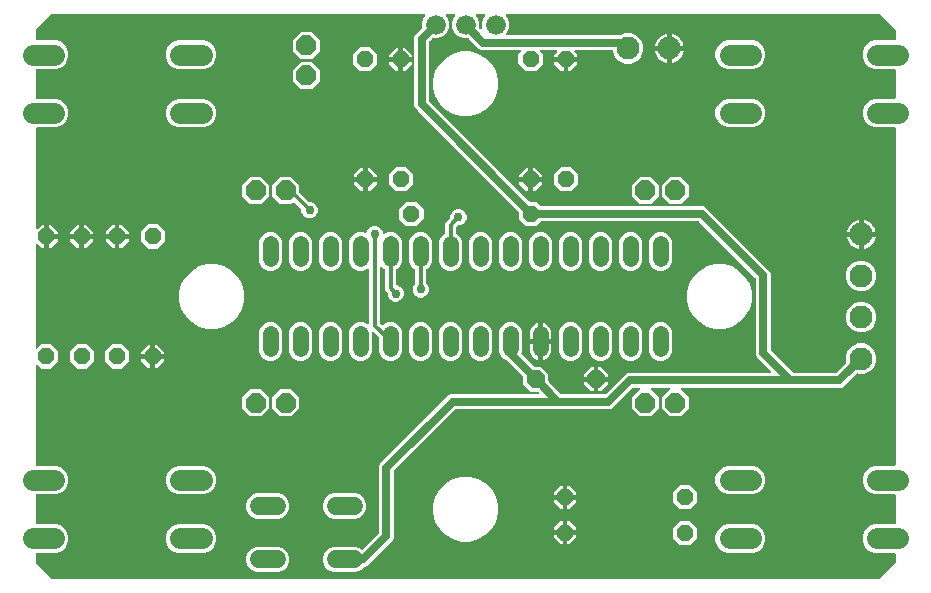
<source format=gbl>
G04 EAGLE Gerber RS-274X export*
G75*
%MOMM*%
%FSLAX34Y34*%
%LPD*%
%INBottom Copper*%
%IPPOS*%
%AMOC8*
5,1,8,0,0,1.08239X$1,22.5*%
G01*
%ADD10C,1.320800*%
%ADD11C,1.950000*%
%ADD12P,1.814519X8X202.500000*%
%ADD13P,1.814519X8X22.500000*%
%ADD14P,1.814519X8X292.500000*%
%ADD15P,1.547818X8X112.500000*%
%ADD16P,1.547818X8X292.500000*%
%ADD17C,1.790700*%
%ADD18C,1.676400*%
%ADD19P,1.547818X8X22.500000*%
%ADD20P,1.623585X8X22.500000*%
%ADD21C,1.524000*%
%ADD22C,0.635000*%
%ADD23C,0.914400*%
%ADD24C,0.762000*%
%ADD25C,0.304800*%

G36*
X725157Y10936D02*
X725157Y10936D01*
X725253Y10941D01*
X725296Y10956D01*
X725341Y10963D01*
X725428Y11002D01*
X725519Y11034D01*
X725554Y11059D01*
X725598Y11079D01*
X725695Y11162D01*
X725768Y11215D01*
X738785Y24232D01*
X738796Y24247D01*
X738802Y24252D01*
X738818Y24276D01*
X738842Y24308D01*
X738907Y24380D01*
X738927Y24421D01*
X738954Y24457D01*
X738988Y24547D01*
X739030Y24634D01*
X739036Y24676D01*
X739053Y24721D01*
X739063Y24849D01*
X739077Y24938D01*
X739077Y32107D01*
X739068Y32170D01*
X739069Y32234D01*
X739048Y32309D01*
X739037Y32386D01*
X739011Y32444D01*
X738994Y32506D01*
X738953Y32572D01*
X738921Y32643D01*
X738879Y32691D01*
X738846Y32746D01*
X738788Y32798D01*
X738738Y32857D01*
X738684Y32892D01*
X738636Y32935D01*
X738567Y32969D01*
X738502Y33011D01*
X738440Y33030D01*
X738383Y33058D01*
X738313Y33069D01*
X738232Y33094D01*
X738147Y33095D01*
X738078Y33106D01*
X721143Y33106D01*
X716732Y34933D01*
X713356Y38309D01*
X711528Y42721D01*
X711528Y47495D01*
X713356Y51907D01*
X716732Y55283D01*
X721143Y57110D01*
X738078Y57110D01*
X738142Y57119D01*
X738206Y57118D01*
X738281Y57139D01*
X738357Y57150D01*
X738416Y57176D01*
X738478Y57194D01*
X738544Y57234D01*
X738614Y57266D01*
X738663Y57308D01*
X738718Y57342D01*
X738770Y57399D01*
X738828Y57450D01*
X738864Y57503D01*
X738907Y57551D01*
X738940Y57621D01*
X738983Y57686D01*
X739002Y57747D01*
X739030Y57805D01*
X739041Y57874D01*
X739065Y57955D01*
X739066Y58040D01*
X739077Y58109D01*
X739077Y81891D01*
X739068Y81952D01*
X739069Y81997D01*
X739069Y81998D01*
X739069Y82018D01*
X739048Y82093D01*
X739037Y82170D01*
X739011Y82228D01*
X738994Y82290D01*
X738953Y82356D01*
X738921Y82427D01*
X738879Y82475D01*
X738846Y82530D01*
X738788Y82582D01*
X738738Y82641D01*
X738684Y82676D01*
X738636Y82719D01*
X738567Y82753D01*
X738502Y82795D01*
X738440Y82814D01*
X738383Y82842D01*
X738313Y82853D01*
X738232Y82878D01*
X738147Y82879D01*
X738078Y82890D01*
X721143Y82890D01*
X716732Y84717D01*
X713356Y88093D01*
X711528Y92505D01*
X711528Y97279D01*
X713356Y101691D01*
X716732Y105067D01*
X721143Y106894D01*
X738078Y106894D01*
X738142Y106903D01*
X738206Y106902D01*
X738281Y106923D01*
X738357Y106934D01*
X738416Y106960D01*
X738478Y106978D01*
X738544Y107018D01*
X738614Y107050D01*
X738663Y107092D01*
X738718Y107126D01*
X738770Y107183D01*
X738828Y107234D01*
X738864Y107287D01*
X738907Y107335D01*
X738940Y107405D01*
X738983Y107470D01*
X739002Y107531D01*
X739030Y107589D01*
X739041Y107658D01*
X739065Y107739D01*
X739066Y107824D01*
X739077Y107893D01*
X739077Y392107D01*
X739068Y392170D01*
X739069Y392234D01*
X739048Y392309D01*
X739037Y392386D01*
X739011Y392444D01*
X738994Y392506D01*
X738953Y392572D01*
X738921Y392643D01*
X738879Y392691D01*
X738846Y392746D01*
X738788Y392798D01*
X738738Y392857D01*
X738684Y392892D01*
X738636Y392935D01*
X738567Y392969D01*
X738502Y393011D01*
X738440Y393030D01*
X738383Y393058D01*
X738313Y393069D01*
X738232Y393094D01*
X738147Y393095D01*
X738078Y393106D01*
X721143Y393106D01*
X716732Y394933D01*
X713356Y398309D01*
X711528Y402721D01*
X711528Y407495D01*
X713356Y411907D01*
X716732Y415283D01*
X721143Y417110D01*
X738078Y417110D01*
X738142Y417119D01*
X738206Y417118D01*
X738281Y417139D01*
X738357Y417150D01*
X738416Y417176D01*
X738478Y417194D01*
X738544Y417234D01*
X738614Y417266D01*
X738663Y417308D01*
X738718Y417342D01*
X738770Y417399D01*
X738828Y417450D01*
X738864Y417503D01*
X738907Y417551D01*
X738940Y417621D01*
X738983Y417686D01*
X739002Y417747D01*
X739030Y417805D01*
X739041Y417874D01*
X739065Y417955D01*
X739066Y418040D01*
X739077Y418109D01*
X739077Y441891D01*
X739068Y441954D01*
X739069Y442018D01*
X739048Y442093D01*
X739037Y442170D01*
X739011Y442228D01*
X738994Y442290D01*
X738953Y442356D01*
X738921Y442427D01*
X738879Y442475D01*
X738846Y442530D01*
X738788Y442582D01*
X738738Y442641D01*
X738684Y442676D01*
X738636Y442719D01*
X738567Y442753D01*
X738502Y442795D01*
X738440Y442814D01*
X738383Y442842D01*
X738313Y442853D01*
X738232Y442878D01*
X738147Y442879D01*
X738078Y442890D01*
X721143Y442890D01*
X716732Y444717D01*
X713356Y448093D01*
X711528Y452505D01*
X711528Y457279D01*
X713356Y461691D01*
X716732Y465067D01*
X721143Y466894D01*
X738078Y466894D01*
X738142Y466903D01*
X738206Y466902D01*
X738281Y466923D01*
X738357Y466934D01*
X738416Y466960D01*
X738478Y466978D01*
X738544Y467018D01*
X738614Y467050D01*
X738663Y467092D01*
X738718Y467126D01*
X738770Y467183D01*
X738828Y467234D01*
X738864Y467287D01*
X738907Y467335D01*
X738940Y467405D01*
X738983Y467470D01*
X739002Y467531D01*
X739030Y467589D01*
X739041Y467658D01*
X739065Y467739D01*
X739066Y467824D01*
X739077Y467893D01*
X739077Y475062D01*
X739064Y475157D01*
X739059Y475253D01*
X739044Y475296D01*
X739037Y475341D01*
X738998Y475428D01*
X738966Y475519D01*
X738941Y475554D01*
X738921Y475598D01*
X738838Y475695D01*
X738785Y475768D01*
X725768Y488785D01*
X725692Y488842D01*
X725620Y488907D01*
X725579Y488927D01*
X725543Y488954D01*
X725453Y488988D01*
X725366Y489030D01*
X725324Y489036D01*
X725279Y489053D01*
X725151Y489063D01*
X725062Y489077D01*
X409901Y489077D01*
X409869Y489073D01*
X409837Y489075D01*
X409730Y489053D01*
X409621Y489037D01*
X409592Y489024D01*
X409560Y489018D01*
X409464Y488966D01*
X409364Y488921D01*
X409340Y488900D01*
X409311Y488885D01*
X409233Y488809D01*
X409150Y488738D01*
X409132Y488711D01*
X409109Y488688D01*
X409056Y488593D01*
X408996Y488502D01*
X408986Y488471D01*
X408970Y488443D01*
X408945Y488337D01*
X408913Y488232D01*
X408913Y488200D01*
X408905Y488169D01*
X408911Y488059D01*
X408910Y487950D01*
X408918Y487919D01*
X408920Y487887D01*
X408956Y487784D01*
X408985Y487678D01*
X409002Y487651D01*
X409012Y487620D01*
X409066Y487547D01*
X409133Y487438D01*
X409169Y487406D01*
X409194Y487371D01*
X410091Y486475D01*
X411831Y482274D01*
X411831Y477726D01*
X410091Y473525D01*
X409495Y472930D01*
X409476Y472904D01*
X409451Y472883D01*
X409391Y472791D01*
X409326Y472704D01*
X409314Y472674D01*
X409297Y472647D01*
X409265Y472542D01*
X409226Y472440D01*
X409224Y472408D01*
X409214Y472377D01*
X409213Y472268D01*
X409204Y472159D01*
X409211Y472127D01*
X409211Y472095D01*
X409240Y471990D01*
X409262Y471883D01*
X409277Y471854D01*
X409286Y471823D01*
X409343Y471730D01*
X409394Y471634D01*
X409417Y471611D01*
X409434Y471583D01*
X409515Y471510D01*
X409591Y471432D01*
X409619Y471416D01*
X409643Y471394D01*
X409741Y471347D01*
X409837Y471293D01*
X409868Y471285D01*
X409897Y471271D01*
X409986Y471257D01*
X410111Y471228D01*
X410159Y471230D01*
X410202Y471224D01*
X505953Y471224D01*
X505994Y471230D01*
X506036Y471227D01*
X506120Y471247D01*
X506232Y471264D01*
X506286Y471288D01*
X506335Y471300D01*
X509954Y472799D01*
X515046Y472799D01*
X519750Y470850D01*
X523350Y467250D01*
X525299Y462546D01*
X525299Y457454D01*
X523350Y452750D01*
X519750Y449150D01*
X515046Y447201D01*
X509954Y447201D01*
X505250Y449150D01*
X501650Y452750D01*
X499701Y457454D01*
X499701Y457777D01*
X499692Y457841D01*
X499693Y457905D01*
X499672Y457980D01*
X499661Y458056D01*
X499635Y458115D01*
X499618Y458177D01*
X499577Y458243D01*
X499545Y458313D01*
X499503Y458362D01*
X499470Y458417D01*
X499412Y458469D01*
X499362Y458527D01*
X499308Y458563D01*
X499260Y458606D01*
X499191Y458639D01*
X499126Y458682D01*
X499064Y458701D01*
X499007Y458729D01*
X498937Y458740D01*
X498856Y458764D01*
X498771Y458765D01*
X498702Y458776D01*
X468141Y458776D01*
X468109Y458772D01*
X468077Y458774D01*
X467970Y458752D01*
X467862Y458736D01*
X467832Y458723D01*
X467801Y458717D01*
X467704Y458665D01*
X467605Y458620D01*
X467580Y458599D01*
X467552Y458584D01*
X467474Y458508D01*
X467390Y458437D01*
X467373Y458410D01*
X467350Y458387D01*
X467296Y458292D01*
X467236Y458201D01*
X467227Y458170D01*
X467211Y458142D01*
X467185Y458036D01*
X467154Y457931D01*
X467153Y457899D01*
X467146Y457868D01*
X467151Y457758D01*
X467150Y457649D01*
X467158Y457618D01*
X467160Y457586D01*
X467196Y457483D01*
X467225Y457377D01*
X467242Y457350D01*
X467253Y457319D01*
X467306Y457246D01*
X467373Y457137D01*
X467409Y457105D01*
X467434Y457070D01*
X469691Y454814D01*
X469691Y452799D01*
X461000Y452799D01*
X460937Y452790D01*
X460872Y452791D01*
X460798Y452770D01*
X460721Y452759D01*
X460662Y452733D01*
X460600Y452716D01*
X460534Y452675D01*
X460464Y452643D01*
X460415Y452601D01*
X460360Y452568D01*
X460309Y452510D01*
X460250Y452460D01*
X460214Y452406D01*
X460171Y452358D01*
X460138Y452289D01*
X460095Y452224D01*
X460076Y452162D01*
X460048Y452105D01*
X460038Y452035D01*
X460013Y451954D01*
X460012Y451869D01*
X460001Y451800D01*
X460001Y450799D01*
X459999Y450799D01*
X459999Y451800D01*
X459990Y451864D01*
X459991Y451928D01*
X459970Y452003D01*
X459959Y452079D01*
X459933Y452138D01*
X459916Y452200D01*
X459875Y452266D01*
X459843Y452336D01*
X459801Y452385D01*
X459768Y452440D01*
X459710Y452492D01*
X459660Y452550D01*
X459606Y452586D01*
X459558Y452629D01*
X459489Y452662D01*
X459424Y452705D01*
X459362Y452724D01*
X459304Y452752D01*
X459235Y452762D01*
X459154Y452787D01*
X459069Y452788D01*
X459000Y452799D01*
X450309Y452799D01*
X450309Y454814D01*
X452566Y457070D01*
X452585Y457096D01*
X452610Y457117D01*
X452670Y457209D01*
X452735Y457296D01*
X452746Y457326D01*
X452764Y457353D01*
X452796Y457458D01*
X452835Y457560D01*
X452837Y457592D01*
X452846Y457623D01*
X452848Y457732D01*
X452856Y457841D01*
X452850Y457873D01*
X452850Y457905D01*
X452821Y458010D01*
X452799Y458117D01*
X452784Y458146D01*
X452775Y458177D01*
X452718Y458270D01*
X452666Y458366D01*
X452644Y458389D01*
X452627Y458417D01*
X452546Y458490D01*
X452469Y458568D01*
X452441Y458584D01*
X452418Y458606D01*
X452319Y458653D01*
X452224Y458707D01*
X452193Y458715D01*
X452164Y458729D01*
X452074Y458743D01*
X451950Y458772D01*
X451901Y458770D01*
X451859Y458776D01*
X438859Y458776D01*
X438827Y458772D01*
X438795Y458774D01*
X438688Y458752D01*
X438580Y458736D01*
X438551Y458723D01*
X438519Y458717D01*
X438423Y458665D01*
X438323Y458620D01*
X438299Y458599D01*
X438270Y458584D01*
X438192Y458508D01*
X438109Y458437D01*
X438091Y458410D01*
X438068Y458387D01*
X438014Y458292D01*
X437954Y458201D01*
X437945Y458170D01*
X437929Y458142D01*
X437904Y458036D01*
X437872Y457931D01*
X437872Y457899D01*
X437864Y457868D01*
X437870Y457758D01*
X437868Y457649D01*
X437877Y457618D01*
X437879Y457586D01*
X437914Y457483D01*
X437943Y457377D01*
X437960Y457350D01*
X437971Y457319D01*
X438024Y457246D01*
X438092Y457137D01*
X438128Y457105D01*
X438153Y457070D01*
X440199Y455024D01*
X440199Y446576D01*
X434224Y440601D01*
X425776Y440601D01*
X419801Y446576D01*
X419801Y455024D01*
X421847Y457070D01*
X421867Y457096D01*
X421891Y457117D01*
X421951Y457209D01*
X422017Y457296D01*
X422028Y457326D01*
X422046Y457353D01*
X422078Y457458D01*
X422116Y457560D01*
X422119Y457592D01*
X422128Y457623D01*
X422129Y457732D01*
X422138Y457841D01*
X422131Y457873D01*
X422132Y457905D01*
X422103Y458010D01*
X422080Y458117D01*
X422065Y458146D01*
X422057Y458177D01*
X421999Y458270D01*
X421948Y458366D01*
X421925Y458389D01*
X421908Y458417D01*
X421827Y458490D01*
X421751Y458568D01*
X421723Y458584D01*
X421699Y458606D01*
X421601Y458653D01*
X421506Y458707D01*
X421474Y458715D01*
X421445Y458729D01*
X421356Y458743D01*
X421231Y458772D01*
X421183Y458770D01*
X421141Y458776D01*
X388762Y458776D01*
X386474Y459724D01*
X384583Y461615D01*
X377922Y468277D01*
X377845Y468334D01*
X377774Y468399D01*
X377733Y468419D01*
X377696Y468446D01*
X377606Y468480D01*
X377520Y468522D01*
X377478Y468528D01*
X377432Y468545D01*
X377305Y468555D01*
X377215Y468569D01*
X372726Y468569D01*
X368525Y470310D01*
X365310Y473525D01*
X363569Y477726D01*
X363569Y482274D01*
X365309Y486475D01*
X366206Y487371D01*
X366225Y487397D01*
X366250Y487418D01*
X366310Y487510D01*
X366375Y487597D01*
X366387Y487627D01*
X366404Y487654D01*
X366436Y487759D01*
X366475Y487861D01*
X366477Y487893D01*
X366487Y487924D01*
X366488Y488033D01*
X366497Y488142D01*
X366490Y488174D01*
X366490Y488206D01*
X366461Y488311D01*
X366439Y488418D01*
X366424Y488447D01*
X366415Y488478D01*
X366358Y488571D01*
X366307Y488667D01*
X366284Y488690D01*
X366267Y488718D01*
X366186Y488791D01*
X366110Y488869D01*
X366082Y488885D01*
X366058Y488907D01*
X365960Y488954D01*
X365864Y489008D01*
X365833Y489016D01*
X365804Y489030D01*
X365715Y489044D01*
X365590Y489073D01*
X365542Y489071D01*
X365499Y489077D01*
X359101Y489077D01*
X359069Y489073D01*
X359037Y489075D01*
X358930Y489053D01*
X358821Y489037D01*
X358792Y489024D01*
X358760Y489018D01*
X358664Y488966D01*
X358564Y488921D01*
X358540Y488900D01*
X358511Y488885D01*
X358433Y488809D01*
X358350Y488738D01*
X358332Y488711D01*
X358309Y488688D01*
X358256Y488593D01*
X358196Y488502D01*
X358186Y488471D01*
X358170Y488443D01*
X358145Y488337D01*
X358113Y488232D01*
X358113Y488200D01*
X358105Y488169D01*
X358111Y488059D01*
X358110Y487950D01*
X358118Y487919D01*
X358120Y487887D01*
X358156Y487784D01*
X358185Y487678D01*
X358202Y487651D01*
X358212Y487620D01*
X358266Y487547D01*
X358333Y487438D01*
X358369Y487406D01*
X358394Y487371D01*
X359291Y486475D01*
X361031Y482274D01*
X361031Y477726D01*
X359290Y473525D01*
X356075Y470310D01*
X351874Y468569D01*
X347385Y468569D01*
X347290Y468556D01*
X347194Y468551D01*
X347151Y468536D01*
X347106Y468529D01*
X347018Y468490D01*
X346927Y468458D01*
X346893Y468433D01*
X346849Y468413D01*
X346751Y468330D01*
X346678Y468277D01*
X344516Y466115D01*
X344459Y466038D01*
X344394Y465967D01*
X344374Y465926D01*
X344347Y465889D01*
X344313Y465799D01*
X344271Y465713D01*
X344265Y465671D01*
X344248Y465625D01*
X344238Y465498D01*
X344224Y465408D01*
X344224Y415792D01*
X344237Y415697D01*
X344242Y415601D01*
X344257Y415558D01*
X344264Y415513D01*
X344303Y415425D01*
X344335Y415334D01*
X344360Y415300D01*
X344380Y415256D01*
X344463Y415158D01*
X344516Y415085D01*
X429110Y330491D01*
X429187Y330434D01*
X429258Y330369D01*
X429299Y330349D01*
X429336Y330322D01*
X429426Y330288D01*
X429512Y330246D01*
X429554Y330240D01*
X429600Y330223D01*
X429727Y330213D01*
X429817Y330199D01*
X435024Y330199D01*
X438707Y326516D01*
X438784Y326459D01*
X438855Y326394D01*
X438896Y326374D01*
X438932Y326347D01*
X439022Y326313D01*
X439109Y326271D01*
X439151Y326265D01*
X439196Y326248D01*
X439324Y326238D01*
X439413Y326224D01*
X576238Y326224D01*
X578526Y325276D01*
X580417Y323385D01*
X632276Y271526D01*
X633224Y269238D01*
X633224Y204992D01*
X633237Y204897D01*
X633242Y204801D01*
X633257Y204758D01*
X633264Y204713D01*
X633303Y204625D01*
X633335Y204534D01*
X633360Y204500D01*
X633380Y204456D01*
X633463Y204358D01*
X633516Y204285D01*
X652285Y185516D01*
X652362Y185459D01*
X652433Y185394D01*
X652474Y185374D01*
X652511Y185347D01*
X652601Y185313D01*
X652687Y185271D01*
X652729Y185265D01*
X652775Y185248D01*
X652902Y185238D01*
X652992Y185224D01*
X688508Y185224D01*
X688603Y185237D01*
X688699Y185242D01*
X688742Y185257D01*
X688787Y185264D01*
X688875Y185303D01*
X688966Y185335D01*
X689000Y185360D01*
X689044Y185380D01*
X689142Y185463D01*
X689215Y185516D01*
X697154Y193456D01*
X697160Y193463D01*
X697167Y193469D01*
X697245Y193576D01*
X697324Y193681D01*
X697327Y193690D01*
X697332Y193698D01*
X697376Y193821D01*
X697423Y193945D01*
X697424Y193955D01*
X697427Y193964D01*
X697435Y194095D01*
X697445Y194227D01*
X697443Y194236D01*
X697443Y194245D01*
X697425Y194321D01*
X697387Y194503D01*
X697376Y194524D01*
X697371Y194545D01*
X697201Y194954D01*
X697201Y200046D01*
X699150Y204750D01*
X702750Y208350D01*
X707454Y210299D01*
X712546Y210299D01*
X717250Y208350D01*
X720850Y204750D01*
X722799Y200046D01*
X722799Y194954D01*
X720850Y190250D01*
X717250Y186650D01*
X712546Y184701D01*
X707454Y184701D01*
X707045Y184871D01*
X707036Y184873D01*
X707027Y184878D01*
X706899Y184908D01*
X706772Y184941D01*
X706762Y184941D01*
X706753Y184943D01*
X706620Y184936D01*
X706490Y184932D01*
X706481Y184929D01*
X706471Y184928D01*
X706346Y184885D01*
X706222Y184844D01*
X706214Y184839D01*
X706205Y184836D01*
X706143Y184791D01*
X705989Y184686D01*
X705973Y184667D01*
X705956Y184654D01*
X696917Y175615D01*
X695026Y173724D01*
X692738Y172776D01*
X558502Y172776D01*
X558470Y172772D01*
X558438Y172774D01*
X558331Y172752D01*
X558222Y172736D01*
X558193Y172723D01*
X558161Y172717D01*
X558065Y172665D01*
X557965Y172620D01*
X557941Y172599D01*
X557912Y172584D01*
X557834Y172508D01*
X557751Y172437D01*
X557733Y172410D01*
X557710Y172387D01*
X557657Y172292D01*
X557597Y172201D01*
X557587Y172170D01*
X557571Y172142D01*
X557546Y172035D01*
X557514Y171931D01*
X557514Y171899D01*
X557506Y171868D01*
X557512Y171758D01*
X557511Y171649D01*
X557519Y171618D01*
X557521Y171586D01*
X557557Y171483D01*
X557586Y171377D01*
X557603Y171350D01*
X557613Y171319D01*
X557667Y171246D01*
X557734Y171137D01*
X557770Y171105D01*
X557795Y171070D01*
X564131Y164735D01*
X564131Y155265D01*
X557435Y148569D01*
X547965Y148569D01*
X541269Y155265D01*
X541269Y164735D01*
X547605Y171070D01*
X547624Y171096D01*
X547649Y171117D01*
X547709Y171209D01*
X547774Y171296D01*
X547786Y171326D01*
X547803Y171353D01*
X547835Y171458D01*
X547874Y171560D01*
X547876Y171592D01*
X547886Y171623D01*
X547887Y171732D01*
X547896Y171841D01*
X547889Y171873D01*
X547889Y171905D01*
X547860Y172010D01*
X547838Y172117D01*
X547823Y172146D01*
X547814Y172177D01*
X547757Y172270D01*
X547706Y172366D01*
X547683Y172389D01*
X547666Y172417D01*
X547585Y172490D01*
X547509Y172568D01*
X547481Y172584D01*
X547457Y172606D01*
X547358Y172653D01*
X547263Y172707D01*
X547232Y172715D01*
X547203Y172729D01*
X547114Y172743D01*
X546989Y172772D01*
X546940Y172770D01*
X546898Y172776D01*
X533102Y172776D01*
X533070Y172772D01*
X533038Y172774D01*
X532931Y172752D01*
X532822Y172736D01*
X532793Y172723D01*
X532761Y172717D01*
X532665Y172665D01*
X532565Y172620D01*
X532541Y172599D01*
X532512Y172584D01*
X532434Y172508D01*
X532351Y172437D01*
X532333Y172410D01*
X532310Y172387D01*
X532257Y172292D01*
X532197Y172201D01*
X532187Y172170D01*
X532171Y172142D01*
X532146Y172035D01*
X532114Y171931D01*
X532114Y171899D01*
X532106Y171868D01*
X532112Y171758D01*
X532111Y171649D01*
X532119Y171618D01*
X532121Y171586D01*
X532157Y171483D01*
X532186Y171377D01*
X532203Y171350D01*
X532213Y171319D01*
X532267Y171246D01*
X532334Y171137D01*
X532370Y171105D01*
X532395Y171070D01*
X538731Y164735D01*
X538731Y155265D01*
X532035Y148569D01*
X522565Y148569D01*
X515869Y155265D01*
X515869Y164735D01*
X522205Y171070D01*
X522224Y171096D01*
X522249Y171117D01*
X522309Y171209D01*
X522374Y171296D01*
X522386Y171326D01*
X522403Y171353D01*
X522435Y171458D01*
X522474Y171560D01*
X522476Y171592D01*
X522486Y171623D01*
X522487Y171732D01*
X522496Y171841D01*
X522489Y171873D01*
X522489Y171905D01*
X522460Y172010D01*
X522438Y172117D01*
X522423Y172146D01*
X522414Y172177D01*
X522357Y172270D01*
X522306Y172366D01*
X522283Y172389D01*
X522266Y172417D01*
X522185Y172490D01*
X522109Y172568D01*
X522081Y172584D01*
X522057Y172606D01*
X521958Y172653D01*
X521863Y172707D01*
X521832Y172715D01*
X521803Y172729D01*
X521714Y172743D01*
X521589Y172772D01*
X521540Y172770D01*
X521498Y172776D01*
X516992Y172776D01*
X516897Y172763D01*
X516801Y172758D01*
X516758Y172743D01*
X516713Y172736D01*
X516625Y172697D01*
X516534Y172665D01*
X516500Y172640D01*
X516456Y172620D01*
X516358Y172537D01*
X516285Y172484D01*
X499526Y155724D01*
X497238Y154776D01*
X366992Y154776D01*
X366897Y154763D01*
X366801Y154758D01*
X366758Y154743D01*
X366713Y154736D01*
X366625Y154697D01*
X366534Y154665D01*
X366500Y154640D01*
X366456Y154620D01*
X366358Y154537D01*
X366285Y154484D01*
X314516Y102715D01*
X314459Y102638D01*
X314394Y102567D01*
X314374Y102526D01*
X314347Y102489D01*
X314313Y102399D01*
X314271Y102313D01*
X314265Y102271D01*
X314248Y102225D01*
X314238Y102098D01*
X314224Y102008D01*
X314224Y45762D01*
X313276Y43474D01*
X291920Y22118D01*
X289632Y21170D01*
X289410Y21170D01*
X289315Y21157D01*
X289219Y21152D01*
X289176Y21137D01*
X289131Y21130D01*
X289043Y21091D01*
X288952Y21059D01*
X288918Y21034D01*
X288874Y21014D01*
X288777Y20931D01*
X288703Y20878D01*
X286175Y18349D01*
X282254Y16725D01*
X262770Y16725D01*
X258849Y18350D01*
X255848Y21351D01*
X254223Y25272D01*
X254223Y29516D01*
X255848Y33437D01*
X258849Y36438D01*
X262770Y38063D01*
X282254Y38063D01*
X286175Y36439D01*
X286699Y35914D01*
X286751Y35876D01*
X286796Y35830D01*
X286863Y35792D01*
X286925Y35745D01*
X286985Y35722D01*
X287041Y35691D01*
X287117Y35673D01*
X287189Y35646D01*
X287253Y35641D01*
X287316Y35626D01*
X287393Y35630D01*
X287470Y35624D01*
X287533Y35637D01*
X287597Y35640D01*
X287670Y35666D01*
X287746Y35681D01*
X287803Y35712D01*
X287864Y35733D01*
X287920Y35774D01*
X287995Y35814D01*
X288056Y35873D01*
X288113Y35914D01*
X301484Y49285D01*
X301541Y49362D01*
X301606Y49433D01*
X301626Y49474D01*
X301653Y49511D01*
X301687Y49601D01*
X301729Y49687D01*
X301735Y49729D01*
X301752Y49775D01*
X301762Y49902D01*
X301776Y49992D01*
X301776Y106238D01*
X302724Y108526D01*
X360474Y166276D01*
X362762Y167224D01*
X436162Y167224D01*
X436194Y167228D01*
X436226Y167226D01*
X436333Y167248D01*
X436441Y167264D01*
X436471Y167277D01*
X436502Y167283D01*
X436599Y167335D01*
X436698Y167380D01*
X436723Y167401D01*
X436751Y167416D01*
X436830Y167492D01*
X436913Y167563D01*
X436930Y167590D01*
X436953Y167613D01*
X437007Y167708D01*
X437067Y167799D01*
X437077Y167830D01*
X437092Y167858D01*
X437118Y167965D01*
X437149Y168069D01*
X437150Y168101D01*
X437157Y168133D01*
X437152Y168242D01*
X437153Y168351D01*
X437145Y168382D01*
X437143Y168414D01*
X437107Y168517D01*
X437078Y168623D01*
X437061Y168650D01*
X437050Y168681D01*
X436997Y168754D01*
X436930Y168863D01*
X436894Y168895D01*
X436869Y168930D01*
X436640Y169159D01*
X436563Y169216D01*
X436492Y169281D01*
X436451Y169301D01*
X436414Y169328D01*
X436324Y169362D01*
X436238Y169404D01*
X436196Y169410D01*
X436150Y169427D01*
X436022Y169437D01*
X435933Y169451D01*
X430231Y169451D01*
X424051Y175631D01*
X424051Y181333D01*
X424038Y181428D01*
X424033Y181524D01*
X424018Y181567D01*
X424011Y181612D01*
X423972Y181700D01*
X423940Y181791D01*
X423915Y181825D01*
X423895Y181869D01*
X423812Y181967D01*
X423759Y182040D01*
X409715Y196083D01*
X409571Y196227D01*
X409538Y196252D01*
X409510Y196284D01*
X409436Y196328D01*
X409345Y196397D01*
X409290Y196417D01*
X409247Y196444D01*
X407632Y197113D01*
X404917Y199828D01*
X403447Y203376D01*
X403447Y220424D01*
X404917Y223972D01*
X407632Y226687D01*
X411180Y228157D01*
X415020Y228157D01*
X418568Y226687D01*
X421283Y223972D01*
X422753Y220424D01*
X422753Y203376D01*
X422210Y202065D01*
X422207Y202055D01*
X422202Y202047D01*
X422172Y201918D01*
X422139Y201791D01*
X422140Y201782D01*
X422138Y201773D01*
X422144Y201640D01*
X422148Y201509D01*
X422151Y201500D01*
X422152Y201491D01*
X422195Y201366D01*
X422236Y201241D01*
X422241Y201233D01*
X422244Y201225D01*
X422290Y201162D01*
X422395Y201008D01*
X422413Y200993D01*
X422426Y200976D01*
X432560Y190841D01*
X432637Y190784D01*
X432708Y190719D01*
X432749Y190699D01*
X432786Y190672D01*
X432876Y190638D01*
X432962Y190596D01*
X433004Y190590D01*
X433050Y190573D01*
X433177Y190563D01*
X433267Y190549D01*
X438969Y190549D01*
X445149Y184369D01*
X445149Y178667D01*
X445162Y178572D01*
X445167Y178476D01*
X445182Y178433D01*
X445189Y178388D01*
X445228Y178300D01*
X445260Y178209D01*
X445285Y178175D01*
X445305Y178131D01*
X445388Y178033D01*
X445441Y177960D01*
X455885Y167516D01*
X455962Y167459D01*
X456033Y167394D01*
X456074Y167374D01*
X456111Y167347D01*
X456201Y167313D01*
X456287Y167271D01*
X456329Y167265D01*
X456375Y167248D01*
X456502Y167238D01*
X456592Y167224D01*
X493008Y167224D01*
X493103Y167237D01*
X493199Y167242D01*
X493242Y167257D01*
X493287Y167264D01*
X493375Y167303D01*
X493466Y167335D01*
X493500Y167360D01*
X493544Y167380D01*
X493642Y167463D01*
X493715Y167516D01*
X510474Y184276D01*
X512762Y185224D01*
X632562Y185224D01*
X632594Y185228D01*
X632626Y185226D01*
X632733Y185248D01*
X632841Y185264D01*
X632871Y185277D01*
X632902Y185283D01*
X632999Y185335D01*
X633098Y185380D01*
X633123Y185401D01*
X633151Y185416D01*
X633230Y185492D01*
X633313Y185563D01*
X633330Y185590D01*
X633353Y185613D01*
X633407Y185708D01*
X633467Y185799D01*
X633477Y185830D01*
X633492Y185858D01*
X633518Y185965D01*
X633549Y186069D01*
X633550Y186101D01*
X633557Y186132D01*
X633552Y186242D01*
X633553Y186351D01*
X633545Y186382D01*
X633543Y186414D01*
X633507Y186517D01*
X633478Y186623D01*
X633461Y186650D01*
X633451Y186681D01*
X633397Y186754D01*
X633330Y186863D01*
X633294Y186895D01*
X633269Y186930D01*
X621724Y198474D01*
X620776Y200762D01*
X620776Y265008D01*
X620763Y265103D01*
X620758Y265199D01*
X620743Y265242D01*
X620736Y265287D01*
X620697Y265375D01*
X620665Y265466D01*
X620640Y265500D01*
X620620Y265544D01*
X620537Y265642D01*
X620484Y265715D01*
X572715Y313484D01*
X572638Y313541D01*
X572567Y313606D01*
X572526Y313626D01*
X572489Y313653D01*
X572399Y313687D01*
X572313Y313729D01*
X572271Y313735D01*
X572225Y313752D01*
X572098Y313762D01*
X572008Y313776D01*
X439413Y313776D01*
X439318Y313763D01*
X439222Y313758D01*
X439179Y313743D01*
X439134Y313736D01*
X439047Y313697D01*
X438956Y313665D01*
X438921Y313640D01*
X438877Y313620D01*
X438780Y313537D01*
X438707Y313484D01*
X435024Y309801D01*
X426576Y309801D01*
X420601Y315776D01*
X420601Y320983D01*
X420588Y321078D01*
X420583Y321174D01*
X420568Y321217D01*
X420561Y321262D01*
X420522Y321350D01*
X420490Y321441D01*
X420465Y321475D01*
X420445Y321519D01*
X420362Y321617D01*
X420309Y321690D01*
X334615Y407383D01*
X332724Y409274D01*
X331776Y411562D01*
X331776Y469638D01*
X332724Y471926D01*
X334615Y473817D01*
X337877Y477078D01*
X337934Y477155D01*
X337999Y477226D01*
X338019Y477267D01*
X338046Y477304D01*
X338080Y477394D01*
X338122Y477480D01*
X338128Y477522D01*
X338145Y477568D01*
X338155Y477695D01*
X338169Y477785D01*
X338169Y482274D01*
X339909Y486475D01*
X340806Y487371D01*
X340825Y487397D01*
X340850Y487418D01*
X340910Y487510D01*
X340975Y487597D01*
X340987Y487627D01*
X341004Y487654D01*
X341036Y487759D01*
X341075Y487861D01*
X341077Y487893D01*
X341087Y487924D01*
X341088Y488033D01*
X341097Y488142D01*
X341090Y488174D01*
X341090Y488206D01*
X341061Y488311D01*
X341039Y488418D01*
X341024Y488447D01*
X341015Y488478D01*
X340958Y488571D01*
X340907Y488667D01*
X340884Y488690D01*
X340867Y488718D01*
X340786Y488791D01*
X340710Y488869D01*
X340682Y488885D01*
X340658Y488907D01*
X340560Y488954D01*
X340464Y489008D01*
X340433Y489016D01*
X340404Y489030D01*
X340315Y489044D01*
X340190Y489073D01*
X340142Y489071D01*
X340099Y489077D01*
X24938Y489077D01*
X24843Y489064D01*
X24747Y489059D01*
X24704Y489044D01*
X24659Y489037D01*
X24572Y488998D01*
X24481Y488966D01*
X24446Y488941D01*
X24402Y488921D01*
X24305Y488838D01*
X24232Y488785D01*
X11215Y475768D01*
X11158Y475692D01*
X11093Y475620D01*
X11073Y475579D01*
X11046Y475543D01*
X11012Y475453D01*
X10970Y475366D01*
X10964Y475324D01*
X10947Y475279D01*
X10937Y475151D01*
X10923Y475062D01*
X10923Y467893D01*
X10932Y467830D01*
X10931Y467766D01*
X10952Y467691D01*
X10963Y467614D01*
X10989Y467556D01*
X11006Y467494D01*
X11047Y467428D01*
X11079Y467357D01*
X11121Y467309D01*
X11154Y467254D01*
X11212Y467202D01*
X11262Y467143D01*
X11316Y467108D01*
X11364Y467065D01*
X11433Y467031D01*
X11498Y466989D01*
X11560Y466970D01*
X11617Y466942D01*
X11687Y466931D01*
X11768Y466906D01*
X11853Y466905D01*
X11922Y466894D01*
X28857Y466894D01*
X33268Y465067D01*
X36644Y461691D01*
X38472Y457279D01*
X38472Y452505D01*
X36644Y448093D01*
X33268Y444717D01*
X28857Y442890D01*
X11922Y442890D01*
X11858Y442881D01*
X11794Y442882D01*
X11719Y442861D01*
X11643Y442850D01*
X11584Y442824D01*
X11522Y442806D01*
X11456Y442766D01*
X11386Y442734D01*
X11337Y442692D01*
X11282Y442658D01*
X11230Y442601D01*
X11172Y442550D01*
X11136Y442497D01*
X11093Y442449D01*
X11060Y442379D01*
X11017Y442314D01*
X10998Y442253D01*
X10970Y442195D01*
X10959Y442126D01*
X10935Y442045D01*
X10934Y441960D01*
X10923Y441891D01*
X10923Y418109D01*
X10932Y418046D01*
X10931Y417982D01*
X10952Y417907D01*
X10963Y417830D01*
X10989Y417772D01*
X11006Y417710D01*
X11047Y417644D01*
X11079Y417573D01*
X11121Y417525D01*
X11154Y417470D01*
X11212Y417418D01*
X11262Y417359D01*
X11316Y417324D01*
X11364Y417281D01*
X11433Y417247D01*
X11498Y417205D01*
X11560Y417186D01*
X11617Y417158D01*
X11687Y417147D01*
X11768Y417122D01*
X11853Y417121D01*
X11922Y417110D01*
X28857Y417110D01*
X33268Y415283D01*
X36644Y411907D01*
X38472Y407495D01*
X38472Y402721D01*
X36644Y398309D01*
X33268Y394933D01*
X28857Y393106D01*
X11922Y393106D01*
X11858Y393097D01*
X11794Y393098D01*
X11719Y393077D01*
X11643Y393066D01*
X11584Y393040D01*
X11522Y393022D01*
X11456Y392982D01*
X11386Y392950D01*
X11337Y392908D01*
X11282Y392874D01*
X11230Y392817D01*
X11172Y392766D01*
X11136Y392713D01*
X11093Y392665D01*
X11060Y392595D01*
X11017Y392530D01*
X10998Y392469D01*
X10970Y392411D01*
X10959Y392342D01*
X10935Y392261D01*
X10934Y392176D01*
X10923Y392107D01*
X10923Y307840D01*
X10927Y307808D01*
X10925Y307776D01*
X10947Y307669D01*
X10963Y307561D01*
X10976Y307531D01*
X10982Y307500D01*
X11034Y307403D01*
X11079Y307304D01*
X11100Y307279D01*
X11115Y307251D01*
X11191Y307173D01*
X11262Y307089D01*
X11289Y307072D01*
X11312Y307049D01*
X11407Y306995D01*
X11498Y306935D01*
X11529Y306926D01*
X11557Y306910D01*
X11663Y306884D01*
X11768Y306853D01*
X11800Y306852D01*
X11831Y306845D01*
X11941Y306850D01*
X12050Y306849D01*
X12081Y306857D01*
X12113Y306859D01*
X12216Y306895D01*
X12322Y306924D01*
X12349Y306941D01*
X12380Y306952D01*
X12453Y307005D01*
X12562Y307072D01*
X12594Y307108D01*
X12629Y307133D01*
X15986Y310491D01*
X18001Y310491D01*
X18001Y301800D01*
X18010Y301737D01*
X18009Y301672D01*
X18030Y301598D01*
X18041Y301521D01*
X18067Y301462D01*
X18084Y301400D01*
X18125Y301334D01*
X18157Y301264D01*
X18199Y301215D01*
X18232Y301160D01*
X18290Y301109D01*
X18340Y301050D01*
X18394Y301014D01*
X18442Y300971D01*
X18511Y300938D01*
X18576Y300895D01*
X18638Y300876D01*
X18695Y300848D01*
X18765Y300838D01*
X18846Y300813D01*
X18931Y300812D01*
X19000Y300801D01*
X20001Y300801D01*
X20001Y300799D01*
X19000Y300799D01*
X18936Y300790D01*
X18872Y300791D01*
X18797Y300770D01*
X18721Y300759D01*
X18662Y300733D01*
X18600Y300716D01*
X18534Y300675D01*
X18464Y300643D01*
X18415Y300601D01*
X18360Y300568D01*
X18308Y300510D01*
X18250Y300460D01*
X18214Y300406D01*
X18171Y300358D01*
X18138Y300289D01*
X18095Y300224D01*
X18076Y300162D01*
X18048Y300104D01*
X18037Y300035D01*
X18013Y299954D01*
X18012Y299869D01*
X18001Y299800D01*
X18001Y291109D01*
X15986Y291109D01*
X12629Y294467D01*
X12603Y294486D01*
X12582Y294511D01*
X12490Y294570D01*
X12403Y294636D01*
X12373Y294647D01*
X12346Y294665D01*
X12241Y294697D01*
X12139Y294736D01*
X12107Y294738D01*
X12076Y294747D01*
X11967Y294749D01*
X11858Y294757D01*
X11826Y294751D01*
X11794Y294751D01*
X11689Y294722D01*
X11582Y294700D01*
X11553Y294685D01*
X11522Y294676D01*
X11429Y294619D01*
X11333Y294567D01*
X11310Y294545D01*
X11282Y294528D01*
X11209Y294447D01*
X11131Y294370D01*
X11115Y294342D01*
X11093Y294319D01*
X11046Y294220D01*
X10992Y294125D01*
X10984Y294094D01*
X10970Y294065D01*
X10956Y293975D01*
X10927Y293851D01*
X10929Y293802D01*
X10923Y293760D01*
X10923Y206958D01*
X10927Y206926D01*
X10925Y206894D01*
X10947Y206787D01*
X10963Y206679D01*
X10976Y206650D01*
X10982Y206618D01*
X11034Y206522D01*
X11079Y206422D01*
X11100Y206398D01*
X11115Y206369D01*
X11191Y206291D01*
X11262Y206208D01*
X11289Y206190D01*
X11312Y206167D01*
X11407Y206113D01*
X11498Y206053D01*
X11529Y206044D01*
X11557Y206028D01*
X11663Y206003D01*
X11768Y205971D01*
X11800Y205971D01*
X11831Y205963D01*
X11941Y205969D01*
X12050Y205967D01*
X12081Y205976D01*
X12113Y205977D01*
X12216Y206013D01*
X12322Y206042D01*
X12349Y206059D01*
X12380Y206070D01*
X12453Y206123D01*
X12562Y206191D01*
X12594Y206227D01*
X12629Y206252D01*
X15776Y209399D01*
X24224Y209399D01*
X30199Y203424D01*
X30199Y194976D01*
X24224Y189001D01*
X15776Y189001D01*
X12629Y192148D01*
X12603Y192168D01*
X12582Y192192D01*
X12490Y192252D01*
X12403Y192318D01*
X12373Y192329D01*
X12346Y192347D01*
X12241Y192379D01*
X12139Y192417D01*
X12107Y192420D01*
X12076Y192429D01*
X11967Y192430D01*
X11858Y192439D01*
X11826Y192432D01*
X11794Y192433D01*
X11689Y192404D01*
X11582Y192381D01*
X11553Y192366D01*
X11522Y192358D01*
X11429Y192300D01*
X11333Y192249D01*
X11310Y192226D01*
X11282Y192209D01*
X11209Y192128D01*
X11131Y192052D01*
X11115Y192024D01*
X11093Y192000D01*
X11046Y191902D01*
X10992Y191807D01*
X10984Y191775D01*
X10970Y191746D01*
X10956Y191657D01*
X10927Y191532D01*
X10929Y191484D01*
X10923Y191442D01*
X10923Y107893D01*
X10932Y107830D01*
X10931Y107766D01*
X10952Y107691D01*
X10963Y107614D01*
X10989Y107556D01*
X11006Y107494D01*
X11047Y107428D01*
X11079Y107357D01*
X11121Y107309D01*
X11154Y107254D01*
X11212Y107202D01*
X11262Y107143D01*
X11316Y107108D01*
X11364Y107065D01*
X11433Y107031D01*
X11498Y106989D01*
X11560Y106970D01*
X11617Y106942D01*
X11687Y106931D01*
X11768Y106906D01*
X11853Y106905D01*
X11922Y106894D01*
X28857Y106894D01*
X33268Y105067D01*
X36644Y101691D01*
X38472Y97279D01*
X38472Y92505D01*
X36644Y88093D01*
X33268Y84717D01*
X28857Y82890D01*
X11922Y82890D01*
X11858Y82881D01*
X11794Y82882D01*
X11719Y82861D01*
X11643Y82850D01*
X11584Y82824D01*
X11522Y82806D01*
X11456Y82766D01*
X11386Y82734D01*
X11337Y82692D01*
X11282Y82658D01*
X11230Y82601D01*
X11172Y82550D01*
X11136Y82497D01*
X11093Y82449D01*
X11060Y82379D01*
X11017Y82314D01*
X10998Y82253D01*
X10970Y82195D01*
X10959Y82126D01*
X10935Y82045D01*
X10934Y81960D01*
X10923Y81891D01*
X10923Y58109D01*
X10932Y58046D01*
X10931Y57982D01*
X10952Y57907D01*
X10963Y57830D01*
X10989Y57772D01*
X11006Y57710D01*
X11047Y57644D01*
X11079Y57573D01*
X11121Y57525D01*
X11154Y57470D01*
X11212Y57418D01*
X11262Y57359D01*
X11316Y57324D01*
X11364Y57281D01*
X11433Y57247D01*
X11498Y57205D01*
X11560Y57186D01*
X11617Y57158D01*
X11687Y57147D01*
X11768Y57122D01*
X11853Y57121D01*
X11922Y57110D01*
X28857Y57110D01*
X33268Y55283D01*
X36644Y51907D01*
X38472Y47495D01*
X38472Y42721D01*
X36644Y38309D01*
X33268Y34933D01*
X28857Y33106D01*
X11922Y33106D01*
X11858Y33097D01*
X11794Y33098D01*
X11719Y33077D01*
X11643Y33066D01*
X11584Y33040D01*
X11522Y33022D01*
X11456Y32982D01*
X11386Y32950D01*
X11337Y32908D01*
X11282Y32874D01*
X11230Y32817D01*
X11172Y32766D01*
X11136Y32713D01*
X11093Y32665D01*
X11060Y32595D01*
X11017Y32530D01*
X10998Y32469D01*
X10970Y32411D01*
X10959Y32342D01*
X10935Y32261D01*
X10934Y32176D01*
X10923Y32107D01*
X10923Y24938D01*
X10936Y24843D01*
X10941Y24747D01*
X10956Y24704D01*
X10963Y24659D01*
X11002Y24572D01*
X11034Y24481D01*
X11059Y24446D01*
X11079Y24402D01*
X11156Y24312D01*
X11180Y24273D01*
X11196Y24259D01*
X11215Y24232D01*
X24232Y11215D01*
X24308Y11158D01*
X24380Y11093D01*
X24421Y11073D01*
X24457Y11046D01*
X24547Y11012D01*
X24634Y10970D01*
X24676Y10964D01*
X24721Y10947D01*
X24849Y10937D01*
X24938Y10923D01*
X725062Y10923D01*
X725157Y10936D01*
G37*
%LPC*%
G36*
X284180Y195643D02*
X284180Y195643D01*
X280632Y197113D01*
X277917Y199828D01*
X276447Y203376D01*
X276447Y220424D01*
X277917Y223972D01*
X280632Y226687D01*
X284180Y228157D01*
X288020Y228157D01*
X291568Y226687D01*
X291721Y226534D01*
X291747Y226514D01*
X291768Y226490D01*
X291860Y226430D01*
X291947Y226364D01*
X291977Y226353D01*
X292004Y226335D01*
X292109Y226303D01*
X292211Y226265D01*
X292243Y226262D01*
X292274Y226253D01*
X292383Y226251D01*
X292492Y226243D01*
X292524Y226250D01*
X292556Y226249D01*
X292661Y226278D01*
X292768Y226301D01*
X292797Y226316D01*
X292828Y226324D01*
X292921Y226382D01*
X293017Y226433D01*
X293040Y226456D01*
X293068Y226472D01*
X293141Y226553D01*
X293219Y226630D01*
X293235Y226658D01*
X293257Y226682D01*
X293304Y226780D01*
X293358Y226875D01*
X293366Y226907D01*
X293380Y226936D01*
X293394Y227025D01*
X293423Y227150D01*
X293421Y227198D01*
X293427Y227240D01*
X293427Y272760D01*
X293423Y272792D01*
X293425Y272824D01*
X293419Y272854D01*
X293419Y272856D01*
X293403Y272931D01*
X293387Y273039D01*
X293374Y273068D01*
X293368Y273100D01*
X293316Y273197D01*
X293271Y273296D01*
X293250Y273320D01*
X293235Y273349D01*
X293159Y273427D01*
X293088Y273510D01*
X293061Y273528D01*
X293038Y273551D01*
X292943Y273605D01*
X292852Y273665D01*
X292821Y273674D01*
X292793Y273690D01*
X292687Y273715D01*
X292582Y273747D01*
X292550Y273748D01*
X292518Y273755D01*
X292409Y273749D01*
X292300Y273751D01*
X292269Y273742D01*
X292237Y273741D01*
X292134Y273705D01*
X292028Y273676D01*
X292001Y273659D01*
X291970Y273648D01*
X291897Y273595D01*
X291788Y273528D01*
X291756Y273492D01*
X291721Y273466D01*
X291568Y273313D01*
X288020Y271843D01*
X284180Y271843D01*
X280632Y273313D01*
X277917Y276028D01*
X276447Y279576D01*
X276447Y296624D01*
X277917Y300172D01*
X280632Y302887D01*
X284180Y304357D01*
X288020Y304357D01*
X289760Y303636D01*
X289843Y303615D01*
X289881Y303599D01*
X289915Y303594D01*
X289988Y303572D01*
X290011Y303572D01*
X290033Y303566D01*
X290121Y303569D01*
X290161Y303564D01*
X290194Y303569D01*
X290270Y303568D01*
X290292Y303574D01*
X290315Y303575D01*
X290398Y303602D01*
X290439Y303609D01*
X290470Y303624D01*
X290542Y303644D01*
X290561Y303656D01*
X290583Y303663D01*
X290654Y303711D01*
X290694Y303730D01*
X290721Y303754D01*
X290782Y303792D01*
X290797Y303809D01*
X290816Y303821D01*
X290868Y303885D01*
X290905Y303917D01*
X290924Y303950D01*
X290971Y304001D01*
X290981Y304022D01*
X290995Y304039D01*
X291034Y304130D01*
X291065Y304181D01*
X292185Y306885D01*
X294115Y308815D01*
X296636Y309859D01*
X299364Y309859D01*
X301885Y308815D01*
X303815Y306885D01*
X304859Y304364D01*
X304859Y303897D01*
X304875Y303779D01*
X304887Y303661D01*
X304895Y303640D01*
X304899Y303617D01*
X304947Y303510D01*
X304991Y303399D01*
X305005Y303381D01*
X305015Y303360D01*
X305092Y303270D01*
X305165Y303177D01*
X305183Y303164D01*
X305198Y303146D01*
X305298Y303081D01*
X305394Y303012D01*
X305415Y303004D01*
X305434Y302992D01*
X305548Y302957D01*
X305659Y302917D01*
X305682Y302916D01*
X305704Y302909D01*
X305822Y302908D01*
X305941Y302901D01*
X305962Y302906D01*
X305986Y302906D01*
X306165Y302955D01*
X306240Y302973D01*
X309580Y304357D01*
X313420Y304357D01*
X316968Y302887D01*
X319683Y300172D01*
X321153Y296624D01*
X321153Y279576D01*
X319683Y276028D01*
X316968Y273313D01*
X316690Y273198D01*
X316681Y273193D01*
X316672Y273190D01*
X316560Y273121D01*
X316447Y273054D01*
X316440Y273047D01*
X316432Y273042D01*
X316344Y272944D01*
X316254Y272848D01*
X316250Y272840D01*
X316243Y272833D01*
X316186Y272714D01*
X316126Y272597D01*
X316124Y272587D01*
X316120Y272579D01*
X316108Y272503D01*
X316074Y272320D01*
X316076Y272296D01*
X316073Y272274D01*
X316073Y260380D01*
X316082Y260316D01*
X316081Y260252D01*
X316102Y260177D01*
X316113Y260101D01*
X316139Y260042D01*
X316156Y259980D01*
X316197Y259914D01*
X316229Y259844D01*
X316271Y259795D01*
X316304Y259740D01*
X316362Y259688D01*
X316412Y259630D01*
X316466Y259594D01*
X316514Y259551D01*
X316583Y259518D01*
X316648Y259475D01*
X316710Y259456D01*
X316767Y259428D01*
X316837Y259417D01*
X316918Y259393D01*
X317003Y259392D01*
X317072Y259381D01*
X317364Y259381D01*
X319885Y258337D01*
X321815Y256407D01*
X322859Y253886D01*
X322859Y251158D01*
X321815Y248637D01*
X319885Y246707D01*
X317364Y245663D01*
X314636Y245663D01*
X312115Y246707D01*
X310185Y248637D01*
X309141Y251158D01*
X309141Y252500D01*
X309128Y252595D01*
X309123Y252691D01*
X309108Y252734D01*
X309101Y252779D01*
X309062Y252867D01*
X309030Y252958D01*
X309005Y252992D01*
X308985Y253036D01*
X308902Y253133D01*
X308849Y253207D01*
X306927Y255128D01*
X306927Y272274D01*
X306926Y272284D01*
X306927Y272293D01*
X306906Y272423D01*
X306887Y272554D01*
X306884Y272562D01*
X306882Y272572D01*
X306825Y272691D01*
X306771Y272811D01*
X306765Y272818D01*
X306761Y272826D01*
X306673Y272925D01*
X306588Y273025D01*
X306580Y273030D01*
X306574Y273037D01*
X306508Y273077D01*
X306352Y273179D01*
X306329Y273186D01*
X306310Y273198D01*
X306032Y273313D01*
X304279Y275066D01*
X304253Y275086D01*
X304232Y275110D01*
X304140Y275170D01*
X304053Y275236D01*
X304023Y275247D01*
X303996Y275265D01*
X303891Y275297D01*
X303789Y275335D01*
X303757Y275338D01*
X303726Y275347D01*
X303617Y275349D01*
X303508Y275357D01*
X303476Y275350D01*
X303444Y275351D01*
X303339Y275322D01*
X303232Y275299D01*
X303203Y275284D01*
X303172Y275276D01*
X303079Y275218D01*
X302983Y275167D01*
X302960Y275144D01*
X302932Y275128D01*
X302859Y275046D01*
X302781Y274970D01*
X302765Y274942D01*
X302743Y274918D01*
X302696Y274820D01*
X302642Y274725D01*
X302634Y274693D01*
X302620Y274664D01*
X302606Y274575D01*
X302577Y274450D01*
X302579Y274402D01*
X302573Y274360D01*
X302573Y227708D01*
X302581Y227649D01*
X302581Y227632D01*
X302586Y227613D01*
X302591Y227517D01*
X302606Y227474D01*
X302613Y227429D01*
X302652Y227341D01*
X302684Y227250D01*
X302709Y227216D01*
X302729Y227172D01*
X302812Y227075D01*
X302865Y227001D01*
X303899Y225968D01*
X303951Y225929D01*
X303996Y225883D01*
X304063Y225845D01*
X304125Y225798D01*
X304185Y225776D01*
X304241Y225744D01*
X304316Y225726D01*
X304389Y225699D01*
X304453Y225694D01*
X304515Y225679D01*
X304593Y225683D01*
X304670Y225677D01*
X304733Y225690D01*
X304797Y225693D01*
X304870Y225719D01*
X304946Y225734D01*
X305003Y225765D01*
X305063Y225786D01*
X305120Y225827D01*
X305195Y225867D01*
X305256Y225926D01*
X305312Y225968D01*
X306032Y226687D01*
X309580Y228157D01*
X313420Y228157D01*
X316968Y226687D01*
X319683Y223972D01*
X321153Y220424D01*
X321153Y203376D01*
X319683Y199828D01*
X316968Y197113D01*
X313420Y195643D01*
X309580Y195643D01*
X306032Y197113D01*
X303317Y199828D01*
X301847Y203376D01*
X301847Y214672D01*
X301834Y214767D01*
X301829Y214863D01*
X301814Y214906D01*
X301807Y214951D01*
X301768Y215039D01*
X301736Y215130D01*
X301711Y215164D01*
X301691Y215208D01*
X301608Y215305D01*
X301555Y215379D01*
X297459Y219475D01*
X297433Y219494D01*
X297412Y219518D01*
X297357Y219554D01*
X297312Y219595D01*
X297272Y219615D01*
X297233Y219644D01*
X297203Y219655D01*
X297176Y219673D01*
X297110Y219693D01*
X297058Y219718D01*
X297020Y219724D01*
X296969Y219743D01*
X296937Y219746D01*
X296906Y219755D01*
X296814Y219757D01*
X296753Y219766D01*
X296752Y219766D01*
X296726Y219762D01*
X296688Y219765D01*
X296656Y219759D01*
X296624Y219759D01*
X296540Y219736D01*
X296473Y219726D01*
X296449Y219715D01*
X296412Y219708D01*
X296383Y219693D01*
X296352Y219684D01*
X296278Y219638D01*
X296216Y219610D01*
X296195Y219593D01*
X296163Y219575D01*
X296140Y219553D01*
X296112Y219536D01*
X296055Y219472D01*
X296002Y219427D01*
X295986Y219403D01*
X295961Y219378D01*
X295945Y219350D01*
X295923Y219326D01*
X295887Y219252D01*
X295847Y219191D01*
X295839Y219163D01*
X295822Y219133D01*
X295814Y219102D01*
X295800Y219073D01*
X295789Y219001D01*
X295765Y218921D01*
X295764Y218890D01*
X295757Y218859D01*
X295759Y218810D01*
X295753Y218768D01*
X295753Y203376D01*
X294283Y199828D01*
X291568Y197113D01*
X288020Y195643D01*
X284180Y195643D01*
G37*
%LPD*%
%LPC*%
G36*
X371379Y42499D02*
X371379Y42499D01*
X364385Y44373D01*
X358114Y47994D01*
X352994Y53114D01*
X349373Y59385D01*
X347499Y66379D01*
X347499Y73621D01*
X349373Y80615D01*
X352994Y86886D01*
X358114Y92006D01*
X364385Y95627D01*
X371379Y97501D01*
X378621Y97501D01*
X385615Y95627D01*
X391886Y92006D01*
X397006Y86886D01*
X400627Y80615D01*
X402501Y73621D01*
X402501Y66379D01*
X400627Y59385D01*
X397006Y53114D01*
X391886Y47994D01*
X385615Y44373D01*
X378621Y42499D01*
X371379Y42499D01*
G37*
%LPD*%
%LPC*%
G36*
X156379Y222499D02*
X156379Y222499D01*
X149385Y224373D01*
X143114Y227994D01*
X137994Y233114D01*
X134373Y239385D01*
X132499Y246379D01*
X132499Y253621D01*
X134373Y260615D01*
X137994Y266886D01*
X143114Y272006D01*
X149385Y275627D01*
X156379Y277501D01*
X163621Y277501D01*
X170615Y275627D01*
X176886Y272006D01*
X182006Y266886D01*
X185627Y260615D01*
X187501Y253621D01*
X187501Y246379D01*
X185627Y239385D01*
X182006Y233114D01*
X176886Y227994D01*
X170615Y224373D01*
X163621Y222499D01*
X156379Y222499D01*
G37*
%LPD*%
%LPC*%
G36*
X586379Y222499D02*
X586379Y222499D01*
X579385Y224373D01*
X573114Y227994D01*
X567994Y233114D01*
X564373Y239385D01*
X562499Y246379D01*
X562499Y253621D01*
X564373Y260615D01*
X567994Y266886D01*
X573114Y272006D01*
X579385Y275627D01*
X586379Y277501D01*
X593621Y277501D01*
X600615Y275627D01*
X606886Y272006D01*
X612006Y266886D01*
X615627Y260615D01*
X617501Y253621D01*
X617501Y246379D01*
X615627Y239385D01*
X612006Y233114D01*
X606886Y227994D01*
X600615Y224373D01*
X593621Y222499D01*
X586379Y222499D01*
G37*
%LPD*%
%LPC*%
G36*
X371379Y402499D02*
X371379Y402499D01*
X364385Y404373D01*
X358114Y407994D01*
X352994Y413114D01*
X349373Y419385D01*
X347499Y426379D01*
X347499Y433621D01*
X349373Y440615D01*
X352994Y446886D01*
X358114Y452006D01*
X364385Y455627D01*
X371379Y457501D01*
X378621Y457501D01*
X385615Y455627D01*
X391886Y452006D01*
X397006Y446886D01*
X400627Y440615D01*
X402501Y433621D01*
X402501Y426379D01*
X400627Y419385D01*
X397006Y413114D01*
X391886Y407994D01*
X385615Y404373D01*
X378621Y402499D01*
X371379Y402499D01*
G37*
%LPD*%
%LPC*%
G36*
X131143Y442890D02*
X131143Y442890D01*
X126732Y444717D01*
X123356Y448093D01*
X121528Y452505D01*
X121528Y457279D01*
X123356Y461691D01*
X126732Y465067D01*
X131143Y466894D01*
X153825Y466894D01*
X158236Y465067D01*
X161612Y461691D01*
X163440Y457279D01*
X163440Y452505D01*
X161612Y448093D01*
X158236Y444717D01*
X153825Y442890D01*
X131143Y442890D01*
G37*
%LPD*%
%LPC*%
G36*
X596175Y393106D02*
X596175Y393106D01*
X591764Y394933D01*
X588388Y398309D01*
X586560Y402721D01*
X586560Y407495D01*
X588388Y411907D01*
X591764Y415283D01*
X596175Y417110D01*
X618857Y417110D01*
X623268Y415283D01*
X626644Y411907D01*
X628472Y407495D01*
X628472Y402721D01*
X626644Y398309D01*
X623268Y394933D01*
X618857Y393106D01*
X596175Y393106D01*
G37*
%LPD*%
%LPC*%
G36*
X131143Y33106D02*
X131143Y33106D01*
X126732Y34933D01*
X123356Y38309D01*
X121528Y42721D01*
X121528Y47495D01*
X123356Y51907D01*
X126732Y55283D01*
X131143Y57110D01*
X153825Y57110D01*
X158236Y55283D01*
X161612Y51907D01*
X163440Y47495D01*
X163440Y42721D01*
X161612Y38309D01*
X158236Y34933D01*
X153825Y33106D01*
X131143Y33106D01*
G37*
%LPD*%
%LPC*%
G36*
X596175Y33106D02*
X596175Y33106D01*
X591764Y34933D01*
X588388Y38309D01*
X586560Y42721D01*
X586560Y47495D01*
X588388Y51907D01*
X591764Y55283D01*
X596175Y57110D01*
X618857Y57110D01*
X623268Y55283D01*
X626644Y51907D01*
X628472Y47495D01*
X628472Y42721D01*
X626644Y38309D01*
X623268Y34933D01*
X618857Y33106D01*
X596175Y33106D01*
G37*
%LPD*%
%LPC*%
G36*
X131143Y82890D02*
X131143Y82890D01*
X126732Y84717D01*
X123356Y88093D01*
X121528Y92505D01*
X121528Y97279D01*
X123356Y101691D01*
X126732Y105067D01*
X131143Y106894D01*
X153825Y106894D01*
X158236Y105067D01*
X161612Y101691D01*
X163440Y97279D01*
X163440Y92505D01*
X161612Y88093D01*
X158236Y84717D01*
X153825Y82890D01*
X131143Y82890D01*
G37*
%LPD*%
%LPC*%
G36*
X131143Y393106D02*
X131143Y393106D01*
X126732Y394933D01*
X123356Y398309D01*
X121528Y402721D01*
X121528Y407495D01*
X123356Y411907D01*
X126732Y415283D01*
X131143Y417110D01*
X153825Y417110D01*
X158236Y415283D01*
X161612Y411907D01*
X163440Y407495D01*
X163440Y402721D01*
X161612Y398309D01*
X158236Y394933D01*
X153825Y393106D01*
X131143Y393106D01*
G37*
%LPD*%
%LPC*%
G36*
X596175Y82890D02*
X596175Y82890D01*
X591764Y84717D01*
X588388Y88093D01*
X586560Y92505D01*
X586560Y97279D01*
X588388Y101691D01*
X591764Y105067D01*
X596175Y106894D01*
X618857Y106894D01*
X623268Y105067D01*
X626644Y101691D01*
X628472Y97279D01*
X628472Y92505D01*
X626644Y88093D01*
X623268Y84717D01*
X618857Y82890D01*
X596175Y82890D01*
G37*
%LPD*%
%LPC*%
G36*
X596175Y442890D02*
X596175Y442890D01*
X591764Y444717D01*
X588388Y448093D01*
X586560Y452505D01*
X586560Y457279D01*
X588388Y461691D01*
X591764Y465067D01*
X596175Y466894D01*
X618857Y466894D01*
X623268Y465067D01*
X626644Y461691D01*
X628472Y457279D01*
X628472Y452505D01*
X626644Y448093D01*
X623268Y444717D01*
X618857Y442890D01*
X596175Y442890D01*
G37*
%LPD*%
%LPC*%
G36*
X335636Y249141D02*
X335636Y249141D01*
X333115Y250185D01*
X331185Y252115D01*
X330141Y254636D01*
X330141Y257364D01*
X331185Y259885D01*
X332035Y260734D01*
X332092Y260811D01*
X332157Y260883D01*
X332177Y260923D01*
X332204Y260960D01*
X332238Y261050D01*
X332280Y261136D01*
X332286Y261178D01*
X332303Y261224D01*
X332313Y261351D01*
X332327Y261441D01*
X332327Y272274D01*
X332326Y272284D01*
X332327Y272293D01*
X332306Y272423D01*
X332287Y272554D01*
X332284Y272562D01*
X332282Y272572D01*
X332225Y272691D01*
X332171Y272811D01*
X332165Y272818D01*
X332161Y272826D01*
X332073Y272925D01*
X331988Y273025D01*
X331980Y273030D01*
X331974Y273037D01*
X331908Y273077D01*
X331752Y273179D01*
X331729Y273186D01*
X331710Y273198D01*
X331432Y273313D01*
X328717Y276028D01*
X327247Y279576D01*
X327247Y296624D01*
X328717Y300172D01*
X331432Y302887D01*
X334980Y304357D01*
X338820Y304357D01*
X342368Y302887D01*
X345083Y300172D01*
X346553Y296624D01*
X346553Y279576D01*
X345083Y276028D01*
X342368Y273313D01*
X342090Y273198D01*
X342081Y273193D01*
X342072Y273190D01*
X341960Y273121D01*
X341847Y273054D01*
X341840Y273047D01*
X341832Y273042D01*
X341744Y272944D01*
X341654Y272848D01*
X341650Y272840D01*
X341643Y272833D01*
X341586Y272714D01*
X341526Y272597D01*
X341524Y272587D01*
X341520Y272579D01*
X341508Y272503D01*
X341474Y272320D01*
X341476Y272296D01*
X341473Y272274D01*
X341473Y261641D01*
X341486Y261546D01*
X341491Y261450D01*
X341506Y261407D01*
X341513Y261362D01*
X341552Y261274D01*
X341584Y261183D01*
X341609Y261149D01*
X341629Y261105D01*
X341712Y261007D01*
X341765Y260934D01*
X342815Y259885D01*
X343859Y257364D01*
X343859Y254636D01*
X342815Y252115D01*
X340885Y250185D01*
X338364Y249141D01*
X335636Y249141D01*
G37*
%LPD*%
%LPC*%
G36*
X360380Y271843D02*
X360380Y271843D01*
X356832Y273313D01*
X354117Y276028D01*
X352647Y279576D01*
X352647Y296624D01*
X354117Y300172D01*
X356832Y302887D01*
X357110Y303002D01*
X357119Y303007D01*
X357128Y303010D01*
X357240Y303079D01*
X357353Y303146D01*
X357360Y303153D01*
X357368Y303158D01*
X357456Y303256D01*
X357546Y303352D01*
X357550Y303360D01*
X357557Y303367D01*
X357614Y303486D01*
X357674Y303603D01*
X357676Y303613D01*
X357680Y303621D01*
X357692Y303697D01*
X357726Y303880D01*
X357724Y303904D01*
X357727Y303926D01*
X357727Y312194D01*
X361849Y316315D01*
X361906Y316392D01*
X361971Y316464D01*
X361991Y316505D01*
X362018Y316541D01*
X362052Y316631D01*
X362094Y316717D01*
X362100Y316759D01*
X362117Y316805D01*
X362127Y316933D01*
X362141Y317022D01*
X362141Y318364D01*
X363185Y320885D01*
X365115Y322815D01*
X367636Y323859D01*
X370364Y323859D01*
X372885Y322815D01*
X374815Y320885D01*
X375859Y318364D01*
X375859Y315636D01*
X374815Y313115D01*
X372885Y311185D01*
X370364Y310141D01*
X369022Y310141D01*
X368927Y310128D01*
X368831Y310123D01*
X368788Y310108D01*
X368743Y310101D01*
X368655Y310062D01*
X368564Y310030D01*
X368530Y310005D01*
X368486Y309985D01*
X368389Y309902D01*
X368315Y309849D01*
X367165Y308699D01*
X367108Y308622D01*
X367043Y308550D01*
X367023Y308509D01*
X366996Y308473D01*
X366962Y308383D01*
X366920Y308297D01*
X366914Y308255D01*
X366897Y308209D01*
X366887Y308081D01*
X366873Y307992D01*
X366873Y303926D01*
X366874Y303916D01*
X366873Y303907D01*
X366894Y303777D01*
X366913Y303646D01*
X366916Y303638D01*
X366918Y303628D01*
X366975Y303509D01*
X367029Y303389D01*
X367035Y303382D01*
X367039Y303374D01*
X367127Y303275D01*
X367212Y303175D01*
X367220Y303170D01*
X367226Y303163D01*
X367292Y303123D01*
X367448Y303021D01*
X367471Y303014D01*
X367490Y303002D01*
X367768Y302887D01*
X370483Y300172D01*
X371953Y296624D01*
X371953Y279576D01*
X370483Y276028D01*
X367768Y273313D01*
X364220Y271843D01*
X360380Y271843D01*
G37*
%LPD*%
%LPC*%
G36*
X197746Y16725D02*
X197746Y16725D01*
X193825Y18350D01*
X190824Y21351D01*
X189199Y25272D01*
X189199Y29516D01*
X190824Y33437D01*
X193825Y36438D01*
X197746Y38063D01*
X217230Y38063D01*
X221151Y36438D01*
X224152Y33437D01*
X225777Y29516D01*
X225777Y25272D01*
X224152Y21351D01*
X221151Y18350D01*
X217230Y16725D01*
X197746Y16725D01*
G37*
%LPD*%
%LPC*%
G36*
X262770Y61937D02*
X262770Y61937D01*
X258849Y63562D01*
X255848Y66563D01*
X254223Y70484D01*
X254223Y74728D01*
X255848Y78649D01*
X258849Y81650D01*
X262770Y83275D01*
X282254Y83275D01*
X286175Y81650D01*
X289176Y78649D01*
X290801Y74728D01*
X290801Y70484D01*
X289176Y66563D01*
X286175Y63562D01*
X282254Y61937D01*
X262770Y61937D01*
G37*
%LPD*%
%LPC*%
G36*
X197746Y61937D02*
X197746Y61937D01*
X193825Y63562D01*
X190824Y66563D01*
X189199Y70484D01*
X189199Y74728D01*
X190824Y78649D01*
X193825Y81650D01*
X197746Y83275D01*
X217230Y83275D01*
X221151Y81650D01*
X224152Y78649D01*
X225777Y74728D01*
X225777Y70484D01*
X224152Y66563D01*
X221151Y63562D01*
X217230Y61937D01*
X197746Y61937D01*
G37*
%LPD*%
%LPC*%
G36*
X241563Y316214D02*
X241563Y316214D01*
X239042Y317258D01*
X237112Y319188D01*
X236068Y321709D01*
X236068Y323051D01*
X236055Y323146D01*
X236050Y323242D01*
X236035Y323285D01*
X236028Y323330D01*
X235989Y323418D01*
X235957Y323509D01*
X235932Y323543D01*
X235912Y323587D01*
X235829Y323684D01*
X235776Y323758D01*
X229906Y329627D01*
X229854Y329666D01*
X229810Y329712D01*
X229742Y329750D01*
X229680Y329797D01*
X229620Y329819D01*
X229564Y329851D01*
X229489Y329869D01*
X229416Y329896D01*
X229352Y329901D01*
X229290Y329916D01*
X229212Y329912D01*
X229135Y329918D01*
X229072Y329905D01*
X229008Y329901D01*
X228935Y329876D01*
X228859Y329860D01*
X228802Y329830D01*
X228742Y329809D01*
X228685Y329768D01*
X228610Y329728D01*
X228549Y329669D01*
X228493Y329627D01*
X227435Y328569D01*
X217965Y328569D01*
X211269Y335265D01*
X211269Y344735D01*
X217965Y351431D01*
X227435Y351431D01*
X234131Y344735D01*
X234131Y338750D01*
X234144Y338655D01*
X234149Y338559D01*
X234164Y338516D01*
X234171Y338471D01*
X234210Y338383D01*
X234242Y338292D01*
X234267Y338258D01*
X234287Y338214D01*
X234370Y338116D01*
X234423Y338043D01*
X242242Y330224D01*
X242319Y330167D01*
X242391Y330102D01*
X242432Y330082D01*
X242468Y330055D01*
X242558Y330021D01*
X242644Y329979D01*
X242686Y329973D01*
X242732Y329956D01*
X242860Y329946D01*
X242949Y329932D01*
X244291Y329932D01*
X246812Y328888D01*
X248742Y326958D01*
X249786Y324437D01*
X249786Y321709D01*
X248742Y319188D01*
X246812Y317258D01*
X244291Y316214D01*
X241563Y316214D01*
G37*
%LPD*%
%LPC*%
G36*
X258780Y271843D02*
X258780Y271843D01*
X255232Y273313D01*
X252517Y276028D01*
X251047Y279576D01*
X251047Y296624D01*
X252517Y300172D01*
X255232Y302887D01*
X258780Y304357D01*
X262620Y304357D01*
X266168Y302887D01*
X268883Y300172D01*
X270353Y296624D01*
X270353Y279576D01*
X268883Y276028D01*
X266168Y273313D01*
X262620Y271843D01*
X258780Y271843D01*
G37*
%LPD*%
%LPC*%
G36*
X334980Y195643D02*
X334980Y195643D01*
X331432Y197113D01*
X328717Y199828D01*
X327247Y203376D01*
X327247Y220424D01*
X328717Y223972D01*
X331432Y226687D01*
X334980Y228157D01*
X338820Y228157D01*
X342368Y226687D01*
X345083Y223972D01*
X346553Y220424D01*
X346553Y203376D01*
X345083Y199828D01*
X342368Y197113D01*
X338820Y195643D01*
X334980Y195643D01*
G37*
%LPD*%
%LPC*%
G36*
X258780Y195643D02*
X258780Y195643D01*
X255232Y197113D01*
X252517Y199828D01*
X251047Y203376D01*
X251047Y220424D01*
X252517Y223972D01*
X255232Y226687D01*
X258780Y228157D01*
X262620Y228157D01*
X266168Y226687D01*
X268883Y223972D01*
X270353Y220424D01*
X270353Y203376D01*
X268883Y199828D01*
X266168Y197113D01*
X262620Y195643D01*
X258780Y195643D01*
G37*
%LPD*%
%LPC*%
G36*
X411180Y271843D02*
X411180Y271843D01*
X407632Y273313D01*
X404917Y276028D01*
X403447Y279576D01*
X403447Y296624D01*
X404917Y300172D01*
X407632Y302887D01*
X411180Y304357D01*
X415020Y304357D01*
X418568Y302887D01*
X421283Y300172D01*
X422753Y296624D01*
X422753Y279576D01*
X421283Y276028D01*
X418568Y273313D01*
X415020Y271843D01*
X411180Y271843D01*
G37*
%LPD*%
%LPC*%
G36*
X233380Y195643D02*
X233380Y195643D01*
X229832Y197113D01*
X227117Y199828D01*
X225647Y203376D01*
X225647Y220424D01*
X227117Y223972D01*
X229832Y226687D01*
X233380Y228157D01*
X237220Y228157D01*
X240768Y226687D01*
X243483Y223972D01*
X244953Y220424D01*
X244953Y203376D01*
X243483Y199828D01*
X240768Y197113D01*
X237220Y195643D01*
X233380Y195643D01*
G37*
%LPD*%
%LPC*%
G36*
X436580Y271843D02*
X436580Y271843D01*
X433032Y273313D01*
X430317Y276028D01*
X428847Y279576D01*
X428847Y296624D01*
X430317Y300172D01*
X433032Y302887D01*
X436580Y304357D01*
X440420Y304357D01*
X443968Y302887D01*
X446683Y300172D01*
X448153Y296624D01*
X448153Y279576D01*
X446683Y276028D01*
X443968Y273313D01*
X440420Y271843D01*
X436580Y271843D01*
G37*
%LPD*%
%LPC*%
G36*
X461980Y271843D02*
X461980Y271843D01*
X458432Y273313D01*
X455717Y276028D01*
X454247Y279576D01*
X454247Y296624D01*
X455717Y300172D01*
X458432Y302887D01*
X461980Y304357D01*
X465820Y304357D01*
X469368Y302887D01*
X472083Y300172D01*
X473553Y296624D01*
X473553Y279576D01*
X472083Y276028D01*
X469368Y273313D01*
X465820Y271843D01*
X461980Y271843D01*
G37*
%LPD*%
%LPC*%
G36*
X487380Y271843D02*
X487380Y271843D01*
X483832Y273313D01*
X481117Y276028D01*
X479647Y279576D01*
X479647Y296624D01*
X481117Y300172D01*
X483832Y302887D01*
X487380Y304357D01*
X491220Y304357D01*
X494768Y302887D01*
X497483Y300172D01*
X498953Y296624D01*
X498953Y279576D01*
X497483Y276028D01*
X494768Y273313D01*
X491220Y271843D01*
X487380Y271843D01*
G37*
%LPD*%
%LPC*%
G36*
X233380Y271843D02*
X233380Y271843D01*
X229832Y273313D01*
X227117Y276028D01*
X225647Y279576D01*
X225647Y296624D01*
X227117Y300172D01*
X229832Y302887D01*
X233380Y304357D01*
X237220Y304357D01*
X240768Y302887D01*
X243483Y300172D01*
X244953Y296624D01*
X244953Y279576D01*
X243483Y276028D01*
X240768Y273313D01*
X237220Y271843D01*
X233380Y271843D01*
G37*
%LPD*%
%LPC*%
G36*
X538180Y271843D02*
X538180Y271843D01*
X534632Y273313D01*
X531917Y276028D01*
X530447Y279576D01*
X530447Y296624D01*
X531917Y300172D01*
X534632Y302887D01*
X538180Y304357D01*
X542020Y304357D01*
X545568Y302887D01*
X548283Y300172D01*
X549753Y296624D01*
X549753Y279576D01*
X548283Y276028D01*
X545568Y273313D01*
X542020Y271843D01*
X538180Y271843D01*
G37*
%LPD*%
%LPC*%
G36*
X385780Y271843D02*
X385780Y271843D01*
X382232Y273313D01*
X379517Y276028D01*
X378047Y279576D01*
X378047Y296624D01*
X379517Y300172D01*
X382232Y302887D01*
X385780Y304357D01*
X389620Y304357D01*
X393168Y302887D01*
X395883Y300172D01*
X397353Y296624D01*
X397353Y279576D01*
X395883Y276028D01*
X393168Y273313D01*
X389620Y271843D01*
X385780Y271843D01*
G37*
%LPD*%
%LPC*%
G36*
X207980Y271843D02*
X207980Y271843D01*
X204432Y273313D01*
X201717Y276028D01*
X200247Y279576D01*
X200247Y296624D01*
X201717Y300172D01*
X204432Y302887D01*
X207980Y304357D01*
X211820Y304357D01*
X215368Y302887D01*
X218083Y300172D01*
X219553Y296624D01*
X219553Y279576D01*
X218083Y276028D01*
X215368Y273313D01*
X211820Y271843D01*
X207980Y271843D01*
G37*
%LPD*%
%LPC*%
G36*
X207980Y195643D02*
X207980Y195643D01*
X204432Y197113D01*
X201717Y199828D01*
X200247Y203376D01*
X200247Y220424D01*
X201717Y223972D01*
X204432Y226687D01*
X207980Y228157D01*
X211820Y228157D01*
X215368Y226687D01*
X218083Y223972D01*
X219553Y220424D01*
X219553Y203376D01*
X218083Y199828D01*
X215368Y197113D01*
X211820Y195643D01*
X207980Y195643D01*
G37*
%LPD*%
%LPC*%
G36*
X360380Y195643D02*
X360380Y195643D01*
X356832Y197113D01*
X354117Y199828D01*
X352647Y203376D01*
X352647Y220424D01*
X354117Y223972D01*
X356832Y226687D01*
X360380Y228157D01*
X364220Y228157D01*
X367768Y226687D01*
X370483Y223972D01*
X371953Y220424D01*
X371953Y203376D01*
X370483Y199828D01*
X367768Y197113D01*
X364220Y195643D01*
X360380Y195643D01*
G37*
%LPD*%
%LPC*%
G36*
X385780Y195643D02*
X385780Y195643D01*
X382232Y197113D01*
X379517Y199828D01*
X378047Y203376D01*
X378047Y220424D01*
X379517Y223972D01*
X382232Y226687D01*
X385780Y228157D01*
X389620Y228157D01*
X393168Y226687D01*
X395883Y223972D01*
X397353Y220424D01*
X397353Y203376D01*
X395883Y199828D01*
X393168Y197113D01*
X389620Y195643D01*
X385780Y195643D01*
G37*
%LPD*%
%LPC*%
G36*
X461980Y195643D02*
X461980Y195643D01*
X458432Y197113D01*
X455717Y199828D01*
X454247Y203376D01*
X454247Y220424D01*
X455717Y223972D01*
X458432Y226687D01*
X461980Y228157D01*
X465820Y228157D01*
X469368Y226687D01*
X472083Y223972D01*
X473553Y220424D01*
X473553Y203376D01*
X472083Y199828D01*
X469368Y197113D01*
X465820Y195643D01*
X461980Y195643D01*
G37*
%LPD*%
%LPC*%
G36*
X487380Y195643D02*
X487380Y195643D01*
X483832Y197113D01*
X481117Y199828D01*
X479647Y203376D01*
X479647Y220424D01*
X481117Y223972D01*
X483832Y226687D01*
X487380Y228157D01*
X491220Y228157D01*
X494768Y226687D01*
X497483Y223972D01*
X498953Y220424D01*
X498953Y203376D01*
X497483Y199828D01*
X494768Y197113D01*
X491220Y195643D01*
X487380Y195643D01*
G37*
%LPD*%
%LPC*%
G36*
X538180Y195643D02*
X538180Y195643D01*
X534632Y197113D01*
X531917Y199828D01*
X530447Y203376D01*
X530447Y220424D01*
X531917Y223972D01*
X534632Y226687D01*
X538180Y228157D01*
X542020Y228157D01*
X545568Y226687D01*
X548283Y223972D01*
X549753Y220424D01*
X549753Y203376D01*
X548283Y199828D01*
X545568Y197113D01*
X542020Y195643D01*
X538180Y195643D01*
G37*
%LPD*%
%LPC*%
G36*
X512780Y195643D02*
X512780Y195643D01*
X509232Y197113D01*
X506517Y199828D01*
X505047Y203376D01*
X505047Y220424D01*
X506517Y223972D01*
X509232Y226687D01*
X512780Y228157D01*
X516620Y228157D01*
X520168Y226687D01*
X522883Y223972D01*
X524353Y220424D01*
X524353Y203376D01*
X522883Y199828D01*
X520168Y197113D01*
X516620Y195643D01*
X512780Y195643D01*
G37*
%LPD*%
%LPC*%
G36*
X512780Y271843D02*
X512780Y271843D01*
X509232Y273313D01*
X506517Y276028D01*
X505047Y279576D01*
X505047Y296624D01*
X506517Y300172D01*
X509232Y302887D01*
X512780Y304357D01*
X516620Y304357D01*
X520168Y302887D01*
X522883Y300172D01*
X524353Y296624D01*
X524353Y279576D01*
X522883Y276028D01*
X520168Y273313D01*
X516620Y271843D01*
X512780Y271843D01*
G37*
%LPD*%
%LPC*%
G36*
X707454Y254701D02*
X707454Y254701D01*
X702750Y256650D01*
X699150Y260250D01*
X697201Y264954D01*
X697201Y270046D01*
X699150Y274750D01*
X702750Y278350D01*
X707454Y280299D01*
X712546Y280299D01*
X717250Y278350D01*
X720850Y274750D01*
X722799Y270046D01*
X722799Y264954D01*
X720850Y260250D01*
X717250Y256650D01*
X712546Y254701D01*
X707454Y254701D01*
G37*
%LPD*%
%LPC*%
G36*
X707454Y219701D02*
X707454Y219701D01*
X702750Y221650D01*
X699150Y225250D01*
X697201Y229954D01*
X697201Y235046D01*
X699150Y239750D01*
X702750Y243350D01*
X707454Y245299D01*
X712546Y245299D01*
X717250Y243350D01*
X720850Y239750D01*
X722799Y235046D01*
X722799Y229954D01*
X720850Y225250D01*
X717250Y221650D01*
X712546Y219701D01*
X707454Y219701D01*
G37*
%LPD*%
%LPC*%
G36*
X235265Y425869D02*
X235265Y425869D01*
X228569Y432565D01*
X228569Y442035D01*
X235265Y448731D01*
X244735Y448731D01*
X251431Y442035D01*
X251431Y432565D01*
X244735Y425869D01*
X235265Y425869D01*
G37*
%LPD*%
%LPC*%
G36*
X192565Y148569D02*
X192565Y148569D01*
X185869Y155265D01*
X185869Y164735D01*
X192565Y171431D01*
X202035Y171431D01*
X208731Y164735D01*
X208731Y155265D01*
X202035Y148569D01*
X192565Y148569D01*
G37*
%LPD*%
%LPC*%
G36*
X217965Y148569D02*
X217965Y148569D01*
X211269Y155265D01*
X211269Y164735D01*
X217965Y171431D01*
X227435Y171431D01*
X234131Y164735D01*
X234131Y155265D01*
X227435Y148569D01*
X217965Y148569D01*
G37*
%LPD*%
%LPC*%
G36*
X235265Y451269D02*
X235265Y451269D01*
X228569Y457965D01*
X228569Y467435D01*
X235265Y474131D01*
X244735Y474131D01*
X251431Y467435D01*
X251431Y457965D01*
X244735Y451269D01*
X235265Y451269D01*
G37*
%LPD*%
%LPC*%
G36*
X547965Y328569D02*
X547965Y328569D01*
X541269Y335265D01*
X541269Y344735D01*
X547965Y351431D01*
X557435Y351431D01*
X564131Y344735D01*
X564131Y335265D01*
X557435Y328569D01*
X547965Y328569D01*
G37*
%LPD*%
%LPC*%
G36*
X192565Y328569D02*
X192565Y328569D01*
X185869Y335265D01*
X185869Y344735D01*
X192565Y351431D01*
X202035Y351431D01*
X208731Y344735D01*
X208731Y335265D01*
X202035Y328569D01*
X192565Y328569D01*
G37*
%LPD*%
%LPC*%
G36*
X522565Y328569D02*
X522565Y328569D01*
X515869Y335265D01*
X515869Y344735D01*
X522565Y351431D01*
X532035Y351431D01*
X538731Y344735D01*
X538731Y335265D01*
X532035Y328569D01*
X522565Y328569D01*
G37*
%LPD*%
%LPC*%
G36*
X75776Y189001D02*
X75776Y189001D01*
X69801Y194976D01*
X69801Y203424D01*
X75776Y209399D01*
X84224Y209399D01*
X90199Y203424D01*
X90199Y194976D01*
X84224Y189001D01*
X75776Y189001D01*
G37*
%LPD*%
%LPC*%
G36*
X315776Y339001D02*
X315776Y339001D01*
X309801Y344976D01*
X309801Y353424D01*
X315776Y359399D01*
X324224Y359399D01*
X330199Y353424D01*
X330199Y344976D01*
X324224Y339001D01*
X315776Y339001D01*
G37*
%LPD*%
%LPC*%
G36*
X556576Y39801D02*
X556576Y39801D01*
X550601Y45776D01*
X550601Y54224D01*
X556576Y60199D01*
X565024Y60199D01*
X570999Y54224D01*
X570999Y45776D01*
X565024Y39801D01*
X556576Y39801D01*
G37*
%LPD*%
%LPC*%
G36*
X45776Y189001D02*
X45776Y189001D01*
X39801Y194976D01*
X39801Y203424D01*
X45776Y209399D01*
X54224Y209399D01*
X60199Y203424D01*
X60199Y194976D01*
X54224Y189001D01*
X45776Y189001D01*
G37*
%LPD*%
%LPC*%
G36*
X556576Y69801D02*
X556576Y69801D01*
X550601Y75776D01*
X550601Y84224D01*
X556576Y90199D01*
X565024Y90199D01*
X570999Y84224D01*
X570999Y75776D01*
X565024Y69801D01*
X556576Y69801D01*
G37*
%LPD*%
%LPC*%
G36*
X324976Y309801D02*
X324976Y309801D01*
X319001Y315776D01*
X319001Y324224D01*
X324976Y330199D01*
X333424Y330199D01*
X339399Y324224D01*
X339399Y315776D01*
X333424Y309801D01*
X324976Y309801D01*
G37*
%LPD*%
%LPC*%
G36*
X285776Y440601D02*
X285776Y440601D01*
X279801Y446576D01*
X279801Y455024D01*
X285776Y460999D01*
X294224Y460999D01*
X300199Y455024D01*
X300199Y446576D01*
X294224Y440601D01*
X285776Y440601D01*
G37*
%LPD*%
%LPC*%
G36*
X455776Y339001D02*
X455776Y339001D01*
X449801Y344976D01*
X449801Y353424D01*
X455776Y359399D01*
X464224Y359399D01*
X470199Y353424D01*
X470199Y344976D01*
X464224Y339001D01*
X455776Y339001D01*
G37*
%LPD*%
%LPC*%
G36*
X105776Y290601D02*
X105776Y290601D01*
X99801Y296576D01*
X99801Y305024D01*
X105776Y310999D01*
X114224Y310999D01*
X120199Y305024D01*
X120199Y296576D01*
X114224Y290601D01*
X105776Y290601D01*
G37*
%LPD*%
%LPC*%
G36*
X440499Y213899D02*
X440499Y213899D01*
X440499Y227430D01*
X441167Y227297D01*
X442832Y226608D01*
X444330Y225607D01*
X445603Y224334D01*
X446604Y222836D01*
X447293Y221171D01*
X447645Y219405D01*
X447645Y213899D01*
X440499Y213899D01*
G37*
%LPD*%
%LPC*%
G36*
X440499Y209901D02*
X440499Y209901D01*
X447645Y209901D01*
X447645Y204395D01*
X447293Y202629D01*
X446604Y200964D01*
X445603Y199466D01*
X444330Y198193D01*
X442832Y197192D01*
X441167Y196503D01*
X440499Y196370D01*
X440499Y209901D01*
G37*
%LPD*%
%LPC*%
G36*
X429355Y213899D02*
X429355Y213899D01*
X429355Y219405D01*
X429707Y221171D01*
X430396Y222836D01*
X431397Y224334D01*
X432670Y225607D01*
X434168Y226608D01*
X435833Y227297D01*
X436501Y227430D01*
X436501Y213899D01*
X429355Y213899D01*
G37*
%LPD*%
%LPC*%
G36*
X435833Y196503D02*
X435833Y196503D01*
X434168Y197192D01*
X432670Y198193D01*
X431397Y199466D01*
X430396Y200964D01*
X429707Y202629D01*
X429355Y204395D01*
X429355Y209901D01*
X436501Y209901D01*
X436501Y196370D01*
X435833Y196503D01*
G37*
%LPD*%
%LPC*%
G36*
X549499Y461999D02*
X549499Y461999D01*
X549499Y472127D01*
X550378Y471988D01*
X552218Y471390D01*
X553942Y470512D01*
X555507Y469375D01*
X556875Y468007D01*
X558012Y466442D01*
X558890Y464718D01*
X559488Y462878D01*
X559627Y461999D01*
X549499Y461999D01*
G37*
%LPD*%
%LPC*%
G36*
X711999Y304499D02*
X711999Y304499D01*
X711999Y314627D01*
X712878Y314488D01*
X714718Y313890D01*
X716442Y313012D01*
X718007Y311875D01*
X719375Y310507D01*
X720512Y308942D01*
X721390Y307218D01*
X721988Y305378D01*
X722127Y304499D01*
X711999Y304499D01*
G37*
%LPD*%
%LPC*%
G36*
X535373Y461999D02*
X535373Y461999D01*
X535441Y462429D01*
X535441Y462430D01*
X535512Y462878D01*
X536110Y464718D01*
X536988Y466442D01*
X538125Y468007D01*
X539493Y469375D01*
X541058Y470512D01*
X542782Y471390D01*
X544622Y471988D01*
X545501Y472127D01*
X545501Y461999D01*
X535373Y461999D01*
G37*
%LPD*%
%LPC*%
G36*
X549499Y458001D02*
X549499Y458001D01*
X559627Y458001D01*
X559586Y457742D01*
X559586Y457741D01*
X559488Y457122D01*
X558890Y455282D01*
X558012Y453558D01*
X556875Y451993D01*
X555507Y450625D01*
X553942Y449488D01*
X552218Y448610D01*
X550378Y448012D01*
X549499Y447873D01*
X549499Y458001D01*
G37*
%LPD*%
%LPC*%
G36*
X711999Y300501D02*
X711999Y300501D01*
X722127Y300501D01*
X721988Y299622D01*
X721390Y297782D01*
X720512Y296058D01*
X719375Y294493D01*
X718007Y293125D01*
X716442Y291988D01*
X714718Y291110D01*
X712878Y290512D01*
X711999Y290373D01*
X711999Y300501D01*
G37*
%LPD*%
%LPC*%
G36*
X697873Y304499D02*
X697873Y304499D01*
X698012Y305378D01*
X698610Y307218D01*
X699488Y308942D01*
X700625Y310507D01*
X701993Y311875D01*
X703558Y313012D01*
X705282Y313890D01*
X707122Y314488D01*
X708001Y314627D01*
X708001Y304499D01*
X697873Y304499D01*
G37*
%LPD*%
%LPC*%
G36*
X707122Y290512D02*
X707122Y290512D01*
X705282Y291110D01*
X703558Y291988D01*
X701993Y293125D01*
X700625Y294493D01*
X699488Y296058D01*
X698610Y297782D01*
X698012Y299622D01*
X697873Y300501D01*
X708001Y300501D01*
X708001Y290373D01*
X707122Y290512D01*
G37*
%LPD*%
%LPC*%
G36*
X544622Y448012D02*
X544622Y448012D01*
X542782Y448610D01*
X541058Y449488D01*
X539493Y450625D01*
X538125Y451993D01*
X536988Y453558D01*
X536110Y455282D01*
X535512Y457122D01*
X535373Y458001D01*
X545501Y458001D01*
X545501Y447873D01*
X544622Y448012D01*
G37*
%LPD*%
G36*
X388179Y476052D02*
X388179Y476052D01*
X388234Y476048D01*
X388319Y476065D01*
X388405Y476074D01*
X388456Y476094D01*
X388510Y476105D01*
X388587Y476146D01*
X388667Y476178D01*
X388711Y476212D01*
X388759Y476238D01*
X388821Y476298D01*
X388890Y476352D01*
X388922Y476396D01*
X388961Y476435D01*
X389004Y476510D01*
X389055Y476580D01*
X389073Y476632D01*
X389100Y476680D01*
X389120Y476764D01*
X389149Y476846D01*
X389152Y476901D01*
X389165Y476954D01*
X389161Y477041D01*
X389166Y477128D01*
X389154Y477177D01*
X389151Y477236D01*
X389113Y477344D01*
X389093Y477427D01*
X388969Y477726D01*
X388969Y482274D01*
X390709Y486475D01*
X391606Y487371D01*
X391625Y487397D01*
X391650Y487418D01*
X391710Y487510D01*
X391775Y487597D01*
X391787Y487627D01*
X391804Y487654D01*
X391836Y487759D01*
X391875Y487861D01*
X391877Y487893D01*
X391887Y487924D01*
X391888Y488033D01*
X391897Y488142D01*
X391890Y488174D01*
X391890Y488206D01*
X391861Y488311D01*
X391839Y488418D01*
X391824Y488447D01*
X391815Y488478D01*
X391758Y488571D01*
X391707Y488667D01*
X391684Y488690D01*
X391667Y488718D01*
X391586Y488791D01*
X391510Y488869D01*
X391482Y488885D01*
X391458Y488907D01*
X391360Y488954D01*
X391264Y489008D01*
X391233Y489016D01*
X391204Y489030D01*
X391115Y489044D01*
X390990Y489073D01*
X390942Y489071D01*
X390899Y489077D01*
X384501Y489077D01*
X384469Y489073D01*
X384437Y489075D01*
X384330Y489053D01*
X384221Y489037D01*
X384192Y489024D01*
X384160Y489018D01*
X384064Y488966D01*
X383964Y488921D01*
X383940Y488900D01*
X383911Y488885D01*
X383833Y488809D01*
X383750Y488738D01*
X383732Y488711D01*
X383709Y488688D01*
X383656Y488593D01*
X383596Y488502D01*
X383586Y488471D01*
X383570Y488443D01*
X383545Y488337D01*
X383513Y488232D01*
X383513Y488200D01*
X383505Y488169D01*
X383511Y488059D01*
X383510Y487950D01*
X383518Y487919D01*
X383520Y487887D01*
X383556Y487784D01*
X383585Y487678D01*
X383602Y487651D01*
X383612Y487620D01*
X383666Y487547D01*
X383733Y487438D01*
X383769Y487406D01*
X383794Y487371D01*
X384691Y486475D01*
X386431Y482274D01*
X386431Y477785D01*
X386444Y477690D01*
X386449Y477594D01*
X386464Y477551D01*
X386471Y477506D01*
X386510Y477418D01*
X386542Y477327D01*
X386567Y477293D01*
X386587Y477249D01*
X386670Y477151D01*
X386723Y477078D01*
X387463Y476338D01*
X387533Y476286D01*
X387596Y476227D01*
X387645Y476202D01*
X387689Y476169D01*
X387770Y476138D01*
X387848Y476099D01*
X387901Y476089D01*
X387953Y476070D01*
X388039Y476063D01*
X388125Y476047D01*
X388179Y476052D01*
G37*
%LPC*%
G36*
X487399Y181999D02*
X487399Y181999D01*
X487399Y190041D01*
X489559Y190041D01*
X495441Y184159D01*
X495441Y181999D01*
X487399Y181999D01*
G37*
%LPD*%
%LPC*%
G36*
X475359Y181999D02*
X475359Y181999D01*
X475359Y184159D01*
X481241Y190041D01*
X483401Y190041D01*
X483401Y181999D01*
X475359Y181999D01*
G37*
%LPD*%
%LPC*%
G36*
X487399Y169959D02*
X487399Y169959D01*
X487399Y178001D01*
X495441Y178001D01*
X495441Y175841D01*
X489559Y169959D01*
X487399Y169959D01*
G37*
%LPD*%
%LPC*%
G36*
X481241Y169959D02*
X481241Y169959D01*
X475359Y175841D01*
X475359Y178001D01*
X483401Y178001D01*
X483401Y169959D01*
X481241Y169959D01*
G37*
%LPD*%
%LPC*%
G36*
X431999Y351199D02*
X431999Y351199D01*
X431999Y358891D01*
X434014Y358891D01*
X439691Y353214D01*
X439691Y351199D01*
X431999Y351199D01*
G37*
%LPD*%
%LPC*%
G36*
X291999Y351199D02*
X291999Y351199D01*
X291999Y358891D01*
X294014Y358891D01*
X299691Y353214D01*
X299691Y351199D01*
X291999Y351199D01*
G37*
%LPD*%
%LPC*%
G36*
X321999Y452799D02*
X321999Y452799D01*
X321999Y460491D01*
X324014Y460491D01*
X329691Y454814D01*
X329691Y452799D01*
X321999Y452799D01*
G37*
%LPD*%
%LPC*%
G36*
X21999Y302799D02*
X21999Y302799D01*
X21999Y310491D01*
X24014Y310491D01*
X29691Y304814D01*
X29691Y302799D01*
X21999Y302799D01*
G37*
%LPD*%
%LPC*%
G36*
X461199Y81999D02*
X461199Y81999D01*
X461199Y89691D01*
X463214Y89691D01*
X468891Y84014D01*
X468891Y81999D01*
X461199Y81999D01*
G37*
%LPD*%
%LPC*%
G36*
X51999Y302799D02*
X51999Y302799D01*
X51999Y310491D01*
X54014Y310491D01*
X59691Y304814D01*
X59691Y302799D01*
X51999Y302799D01*
G37*
%LPD*%
%LPC*%
G36*
X111999Y201199D02*
X111999Y201199D01*
X111999Y208891D01*
X114014Y208891D01*
X119691Y203214D01*
X119691Y201199D01*
X111999Y201199D01*
G37*
%LPD*%
%LPC*%
G36*
X81999Y302799D02*
X81999Y302799D01*
X81999Y310491D01*
X84014Y310491D01*
X89691Y304814D01*
X89691Y302799D01*
X81999Y302799D01*
G37*
%LPD*%
%LPC*%
G36*
X461199Y51999D02*
X461199Y51999D01*
X461199Y59691D01*
X463214Y59691D01*
X468891Y54014D01*
X468891Y51999D01*
X461199Y51999D01*
G37*
%LPD*%
%LPC*%
G36*
X291999Y347201D02*
X291999Y347201D01*
X299691Y347201D01*
X299691Y345186D01*
X294014Y339509D01*
X291999Y339509D01*
X291999Y347201D01*
G37*
%LPD*%
%LPC*%
G36*
X111999Y197201D02*
X111999Y197201D01*
X119691Y197201D01*
X119691Y195186D01*
X114014Y189509D01*
X111999Y189509D01*
X111999Y197201D01*
G37*
%LPD*%
%LPC*%
G36*
X310309Y452799D02*
X310309Y452799D01*
X310309Y454814D01*
X315986Y460491D01*
X318001Y460491D01*
X318001Y452799D01*
X310309Y452799D01*
G37*
%LPD*%
%LPC*%
G36*
X420309Y351199D02*
X420309Y351199D01*
X420309Y353214D01*
X425986Y358891D01*
X428001Y358891D01*
X428001Y351199D01*
X420309Y351199D01*
G37*
%LPD*%
%LPC*%
G36*
X51999Y298801D02*
X51999Y298801D01*
X59691Y298801D01*
X59691Y296786D01*
X54014Y291109D01*
X51999Y291109D01*
X51999Y298801D01*
G37*
%LPD*%
%LPC*%
G36*
X81999Y298801D02*
X81999Y298801D01*
X89691Y298801D01*
X89691Y296786D01*
X84014Y291109D01*
X81999Y291109D01*
X81999Y298801D01*
G37*
%LPD*%
%LPC*%
G36*
X280309Y351199D02*
X280309Y351199D01*
X280309Y353214D01*
X285986Y358891D01*
X288001Y358891D01*
X288001Y351199D01*
X280309Y351199D01*
G37*
%LPD*%
%LPC*%
G36*
X100309Y201199D02*
X100309Y201199D01*
X100309Y203214D01*
X105986Y208891D01*
X108001Y208891D01*
X108001Y201199D01*
X100309Y201199D01*
G37*
%LPD*%
%LPC*%
G36*
X70309Y302799D02*
X70309Y302799D01*
X70309Y304814D01*
X75986Y310491D01*
X78001Y310491D01*
X78001Y302799D01*
X70309Y302799D01*
G37*
%LPD*%
%LPC*%
G36*
X461999Y448801D02*
X461999Y448801D01*
X469691Y448801D01*
X469691Y446786D01*
X464014Y441109D01*
X461999Y441109D01*
X461999Y448801D01*
G37*
%LPD*%
%LPC*%
G36*
X431999Y347201D02*
X431999Y347201D01*
X439691Y347201D01*
X439691Y345186D01*
X434014Y339509D01*
X431999Y339509D01*
X431999Y347201D01*
G37*
%LPD*%
%LPC*%
G36*
X321999Y448801D02*
X321999Y448801D01*
X329691Y448801D01*
X329691Y446786D01*
X324014Y441109D01*
X321999Y441109D01*
X321999Y448801D01*
G37*
%LPD*%
%LPC*%
G36*
X21999Y298801D02*
X21999Y298801D01*
X29691Y298801D01*
X29691Y296786D01*
X24014Y291109D01*
X21999Y291109D01*
X21999Y298801D01*
G37*
%LPD*%
%LPC*%
G36*
X40309Y302799D02*
X40309Y302799D01*
X40309Y304814D01*
X45986Y310491D01*
X48001Y310491D01*
X48001Y302799D01*
X40309Y302799D01*
G37*
%LPD*%
%LPC*%
G36*
X449509Y81999D02*
X449509Y81999D01*
X449509Y84014D01*
X455186Y89691D01*
X457201Y89691D01*
X457201Y81999D01*
X449509Y81999D01*
G37*
%LPD*%
%LPC*%
G36*
X461199Y40309D02*
X461199Y40309D01*
X461199Y48001D01*
X468891Y48001D01*
X468891Y45986D01*
X463214Y40309D01*
X461199Y40309D01*
G37*
%LPD*%
%LPC*%
G36*
X461199Y70309D02*
X461199Y70309D01*
X461199Y78001D01*
X468891Y78001D01*
X468891Y75986D01*
X463214Y70309D01*
X461199Y70309D01*
G37*
%LPD*%
%LPC*%
G36*
X449509Y51999D02*
X449509Y51999D01*
X449509Y54014D01*
X455186Y59691D01*
X457201Y59691D01*
X457201Y51999D01*
X449509Y51999D01*
G37*
%LPD*%
%LPC*%
G36*
X455186Y70309D02*
X455186Y70309D01*
X449509Y75986D01*
X449509Y78001D01*
X457201Y78001D01*
X457201Y70309D01*
X455186Y70309D01*
G37*
%LPD*%
%LPC*%
G36*
X455186Y40309D02*
X455186Y40309D01*
X449509Y45986D01*
X449509Y48001D01*
X457201Y48001D01*
X457201Y40309D01*
X455186Y40309D01*
G37*
%LPD*%
%LPC*%
G36*
X75986Y291109D02*
X75986Y291109D01*
X70309Y296786D01*
X70309Y298801D01*
X78001Y298801D01*
X78001Y291109D01*
X75986Y291109D01*
G37*
%LPD*%
%LPC*%
G36*
X455986Y441109D02*
X455986Y441109D01*
X450309Y446786D01*
X450309Y448801D01*
X458001Y448801D01*
X458001Y441109D01*
X455986Y441109D01*
G37*
%LPD*%
%LPC*%
G36*
X315986Y441109D02*
X315986Y441109D01*
X310309Y446786D01*
X310309Y448801D01*
X318001Y448801D01*
X318001Y441109D01*
X315986Y441109D01*
G37*
%LPD*%
%LPC*%
G36*
X45986Y291109D02*
X45986Y291109D01*
X40309Y296786D01*
X40309Y298801D01*
X48001Y298801D01*
X48001Y291109D01*
X45986Y291109D01*
G37*
%LPD*%
%LPC*%
G36*
X105986Y189509D02*
X105986Y189509D01*
X100309Y195186D01*
X100309Y197201D01*
X108001Y197201D01*
X108001Y189509D01*
X105986Y189509D01*
G37*
%LPD*%
%LPC*%
G36*
X285986Y339509D02*
X285986Y339509D01*
X280309Y345186D01*
X280309Y347201D01*
X288001Y347201D01*
X288001Y339509D01*
X285986Y339509D01*
G37*
%LPD*%
%LPC*%
G36*
X425986Y339509D02*
X425986Y339509D01*
X420309Y345186D01*
X420309Y347201D01*
X428001Y347201D01*
X428001Y339509D01*
X425986Y339509D01*
G37*
%LPD*%
%LPC*%
G36*
X459199Y79999D02*
X459199Y79999D01*
X459199Y80001D01*
X459201Y80001D01*
X459201Y79999D01*
X459199Y79999D01*
G37*
%LPD*%
%LPC*%
G36*
X429999Y349199D02*
X429999Y349199D01*
X429999Y349201D01*
X430001Y349201D01*
X430001Y349199D01*
X429999Y349199D01*
G37*
%LPD*%
%LPC*%
G36*
X289999Y349199D02*
X289999Y349199D01*
X289999Y349201D01*
X290001Y349201D01*
X290001Y349199D01*
X289999Y349199D01*
G37*
%LPD*%
%LPC*%
G36*
X547499Y459999D02*
X547499Y459999D01*
X547499Y460001D01*
X547501Y460001D01*
X547501Y459999D01*
X547499Y459999D01*
G37*
%LPD*%
%LPC*%
G36*
X438499Y211899D02*
X438499Y211899D01*
X438499Y211901D01*
X438501Y211901D01*
X438501Y211899D01*
X438499Y211899D01*
G37*
%LPD*%
%LPC*%
G36*
X319999Y450799D02*
X319999Y450799D01*
X319999Y450801D01*
X320001Y450801D01*
X320001Y450799D01*
X319999Y450799D01*
G37*
%LPD*%
%LPC*%
G36*
X109999Y199199D02*
X109999Y199199D01*
X109999Y199201D01*
X110001Y199201D01*
X110001Y199199D01*
X109999Y199199D01*
G37*
%LPD*%
%LPC*%
G36*
X709999Y302499D02*
X709999Y302499D01*
X709999Y302501D01*
X710001Y302501D01*
X710001Y302499D01*
X709999Y302499D01*
G37*
%LPD*%
%LPC*%
G36*
X459199Y49999D02*
X459199Y49999D01*
X459199Y50001D01*
X459201Y50001D01*
X459201Y49999D01*
X459199Y49999D01*
G37*
%LPD*%
%LPC*%
G36*
X79999Y300799D02*
X79999Y300799D01*
X79999Y300801D01*
X80001Y300801D01*
X80001Y300799D01*
X79999Y300799D01*
G37*
%LPD*%
%LPC*%
G36*
X485399Y179999D02*
X485399Y179999D01*
X485399Y180001D01*
X485401Y180001D01*
X485401Y179999D01*
X485399Y179999D01*
G37*
%LPD*%
%LPC*%
G36*
X49999Y300799D02*
X49999Y300799D01*
X49999Y300801D01*
X50001Y300801D01*
X50001Y300799D01*
X49999Y300799D01*
G37*
%LPD*%
D10*
X209900Y205296D02*
X209900Y218504D01*
X235300Y218504D02*
X235300Y205296D01*
X260700Y205296D02*
X260700Y218504D01*
X286100Y218504D02*
X286100Y205296D01*
X311500Y205296D02*
X311500Y218504D01*
X336900Y218504D02*
X336900Y205296D01*
X362300Y205296D02*
X362300Y218504D01*
X387700Y218504D02*
X387700Y205296D01*
X413100Y205296D02*
X413100Y218504D01*
X438500Y218504D02*
X438500Y205296D01*
X463900Y205296D02*
X463900Y218504D01*
X489300Y218504D02*
X489300Y205296D01*
X514700Y205296D02*
X514700Y218504D01*
X540100Y218504D02*
X540100Y205296D01*
X540100Y281496D02*
X540100Y294704D01*
X514700Y294704D02*
X514700Y281496D01*
X489300Y281496D02*
X489300Y294704D01*
X463900Y294704D02*
X463900Y281496D01*
X438500Y281496D02*
X438500Y294704D01*
X413100Y294704D02*
X413100Y281496D01*
X387700Y281496D02*
X387700Y294704D01*
X362300Y294704D02*
X362300Y281496D01*
X336900Y281496D02*
X336900Y294704D01*
X311500Y294704D02*
X311500Y281496D01*
X286100Y281496D02*
X286100Y294704D01*
X260700Y294704D02*
X260700Y281496D01*
X235300Y281496D02*
X235300Y294704D01*
X209900Y294704D02*
X209900Y281496D01*
D11*
X512500Y460000D03*
X547500Y460000D03*
X710000Y232500D03*
X710000Y197500D03*
X710000Y302500D03*
X710000Y267500D03*
D12*
X222700Y340000D03*
X197300Y340000D03*
D13*
X527300Y340000D03*
X552700Y340000D03*
D12*
X222700Y160000D03*
X197300Y160000D03*
D13*
X527300Y160000D03*
X552700Y160000D03*
D14*
X240000Y462700D03*
X240000Y437300D03*
D15*
X290000Y349200D03*
X290000Y450800D03*
D16*
X80000Y300800D03*
X80000Y199200D03*
D17*
X133531Y454892D02*
X151438Y454892D01*
X26470Y454892D02*
X8563Y454892D01*
X133531Y405108D02*
X151438Y405108D01*
X26470Y405108D02*
X8563Y405108D01*
X8563Y45108D02*
X26470Y45108D01*
X133531Y45108D02*
X151438Y45108D01*
X26470Y94892D02*
X8563Y94892D01*
X133531Y94892D02*
X151438Y94892D01*
X723531Y454892D02*
X741438Y454892D01*
X616470Y454892D02*
X598563Y454892D01*
X723531Y405108D02*
X741438Y405108D01*
X616470Y405108D02*
X598563Y405108D01*
X598563Y45108D02*
X616470Y45108D01*
X723531Y45108D02*
X741438Y45108D01*
X616470Y94892D02*
X598563Y94892D01*
X723531Y94892D02*
X741438Y94892D01*
D18*
X375000Y480000D03*
X349600Y480000D03*
X400400Y480000D03*
D15*
X110000Y199200D03*
X110000Y300800D03*
D16*
X460000Y450800D03*
X460000Y349200D03*
D19*
X459200Y80000D03*
X560800Y80000D03*
D16*
X50000Y300800D03*
X50000Y199200D03*
X20000Y300800D03*
X20000Y199200D03*
D19*
X459200Y50000D03*
X560800Y50000D03*
D15*
X430000Y349200D03*
X430000Y450800D03*
D16*
X320000Y450800D03*
X320000Y349200D03*
D20*
X434600Y180000D03*
X485400Y180000D03*
D21*
X215108Y72606D02*
X199868Y72606D01*
X199868Y27394D02*
X215108Y27394D01*
X264892Y72606D02*
X280132Y72606D01*
X280132Y27394D02*
X264892Y27394D01*
D19*
X329200Y320000D03*
X430800Y320000D03*
D22*
X390000Y465000D02*
X375000Y480000D01*
X507500Y465000D02*
X512500Y460000D01*
X507500Y465000D02*
X390000Y465000D01*
X691500Y179000D02*
X710000Y197500D01*
X514000Y179000D02*
X496000Y161000D01*
X453600Y161000D01*
X434600Y180000D01*
X650000Y179000D02*
X691500Y179000D01*
X650000Y179000D02*
X514000Y179000D01*
X434600Y180000D02*
X413100Y201500D01*
X413100Y211900D01*
X453600Y161000D02*
X364000Y161000D01*
X308000Y105000D02*
X308000Y47000D01*
X288394Y27394D01*
X272512Y27394D01*
X308000Y105000D02*
X364000Y161000D01*
X627000Y202000D02*
X650000Y179000D01*
X575000Y320000D02*
X430800Y320000D01*
X627000Y268000D02*
X627000Y202000D01*
X627000Y268000D02*
X575000Y320000D01*
X430800Y320000D02*
X338000Y412800D01*
X338000Y468400D02*
X349600Y480000D01*
X338000Y468400D02*
X338000Y412800D01*
D23*
X540000Y240000D03*
X540000Y260000D03*
X520000Y260000D03*
X520000Y240000D03*
X500000Y240000D03*
X500000Y260000D03*
X480000Y260000D03*
X480000Y240000D03*
X460000Y260000D03*
X440000Y260000D03*
X420000Y260000D03*
X400000Y260000D03*
X380000Y260000D03*
X240000Y260000D03*
X240000Y240000D03*
X50000Y430000D03*
X110000Y430000D03*
X50000Y70000D03*
X110000Y70000D03*
X640000Y70000D03*
X700000Y70000D03*
X700000Y430000D03*
X640000Y430000D03*
X240000Y110000D03*
X280000Y110000D03*
X280000Y140000D03*
X240000Y140000D03*
X30000Y330000D03*
X50000Y330000D03*
X70000Y330000D03*
X180000Y440000D03*
X180000Y420000D03*
X180000Y400000D03*
X520000Y430000D03*
X540000Y430000D03*
X360000Y350000D03*
X340000Y350000D03*
X170000Y190000D03*
X140000Y190000D03*
X40000Y160000D03*
X450000Y130000D03*
X490000Y130000D03*
X420000Y80000D03*
X420000Y50000D03*
X590000Y160000D03*
X590000Y130000D03*
X570000Y210000D03*
X590000Y210000D03*
X610000Y210000D03*
X680000Y310000D03*
X680000Y290000D03*
X680000Y270000D03*
X680000Y250000D03*
X680000Y230000D03*
X610000Y310000D03*
X610000Y360000D03*
X570000Y370000D03*
X500000Y370000D03*
X170000Y50000D03*
X170000Y80000D03*
D24*
X242927Y323073D03*
D25*
X226000Y340000D01*
X222700Y340000D01*
D24*
X369000Y317000D03*
D25*
X362300Y310300D01*
X362300Y288100D01*
D24*
X337000Y256000D03*
D25*
X336900Y256100D02*
X336900Y288100D01*
X336900Y256100D02*
X337000Y256000D01*
X311500Y257022D02*
X311500Y288100D01*
X311500Y257022D02*
X316000Y252522D01*
D24*
X316000Y252522D03*
X298000Y303000D03*
D25*
X298000Y225400D01*
X311500Y211900D01*
M02*

</source>
